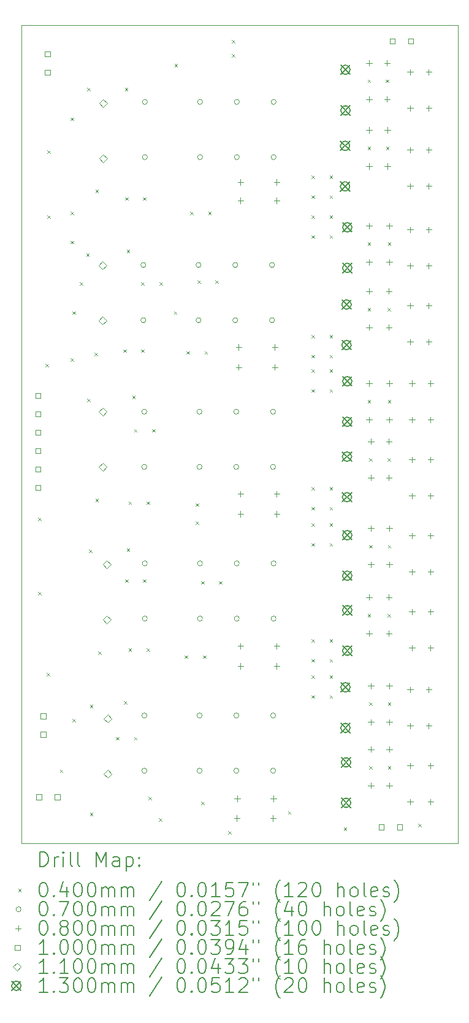
<source format=gbr>
%TF.GenerationSoftware,KiCad,Pcbnew,7.0.10*%
%TF.CreationDate,2024-03-26T16:12:59-07:00*%
%TF.ProjectId,optLowPass,6f70744c-6f77-4506-9173-732e6b696361,rev?*%
%TF.SameCoordinates,Original*%
%TF.FileFunction,Drillmap*%
%TF.FilePolarity,Positive*%
%FSLAX45Y45*%
G04 Gerber Fmt 4.5, Leading zero omitted, Abs format (unit mm)*
G04 Created by KiCad (PCBNEW 7.0.10) date 2024-03-26 16:12:59*
%MOMM*%
%LPD*%
G01*
G04 APERTURE LIST*
%ADD10C,0.100000*%
%ADD11C,0.200000*%
%ADD12C,0.110000*%
%ADD13C,0.130000*%
G04 APERTURE END LIST*
D10*
X7910000Y-4000000D02*
X13935000Y-4000000D01*
X13935000Y-15300000D01*
X7910000Y-15300000D01*
X7910000Y-4000000D01*
D11*
D10*
X8140000Y-10805000D02*
X8180000Y-10845000D01*
X8180000Y-10805000D02*
X8140000Y-10845000D01*
X8140000Y-11830000D02*
X8180000Y-11870000D01*
X8180000Y-11830000D02*
X8140000Y-11870000D01*
X8240000Y-8680000D02*
X8280000Y-8720000D01*
X8280000Y-8680000D02*
X8240000Y-8720000D01*
X8258300Y-12943200D02*
X8298300Y-12983200D01*
X8298300Y-12943200D02*
X8258300Y-12983200D01*
X8265000Y-5730000D02*
X8305000Y-5770000D01*
X8305000Y-5730000D02*
X8265000Y-5770000D01*
X8265000Y-6630000D02*
X8305000Y-6670000D01*
X8305000Y-6630000D02*
X8265000Y-6670000D01*
X8440000Y-14280000D02*
X8480000Y-14320000D01*
X8480000Y-14280000D02*
X8440000Y-14320000D01*
X8590000Y-5280000D02*
X8630000Y-5320000D01*
X8630000Y-5280000D02*
X8590000Y-5320000D01*
X8590000Y-6580000D02*
X8630000Y-6620000D01*
X8630000Y-6580000D02*
X8590000Y-6620000D01*
X8590000Y-6980000D02*
X8630000Y-7020000D01*
X8630000Y-6980000D02*
X8590000Y-7020000D01*
X8590000Y-8605000D02*
X8630000Y-8645000D01*
X8630000Y-8605000D02*
X8590000Y-8645000D01*
X8615000Y-7955000D02*
X8655000Y-7995000D01*
X8655000Y-7955000D02*
X8615000Y-7995000D01*
X8615000Y-13580000D02*
X8655000Y-13620000D01*
X8655000Y-13580000D02*
X8615000Y-13620000D01*
X8715000Y-7555000D02*
X8755000Y-7595000D01*
X8755000Y-7555000D02*
X8715000Y-7595000D01*
X8804400Y-7152000D02*
X8844400Y-7192000D01*
X8844400Y-7152000D02*
X8804400Y-7192000D01*
X8817100Y-4866000D02*
X8857100Y-4906000D01*
X8857100Y-4866000D02*
X8817100Y-4906000D01*
X8817100Y-9158600D02*
X8857100Y-9198600D01*
X8857100Y-9158600D02*
X8817100Y-9198600D01*
X8842500Y-11241400D02*
X8882500Y-11281400D01*
X8882500Y-11241400D02*
X8842500Y-11281400D01*
X8855200Y-13387700D02*
X8895200Y-13427700D01*
X8895200Y-13387700D02*
X8855200Y-13427700D01*
X8855200Y-14873600D02*
X8895200Y-14913600D01*
X8895200Y-14873600D02*
X8855200Y-14913600D01*
X8918700Y-8523600D02*
X8958700Y-8563600D01*
X8958700Y-8523600D02*
X8918700Y-8563600D01*
X8931400Y-6275700D02*
X8971400Y-6315700D01*
X8971400Y-6275700D02*
X8931400Y-6315700D01*
X8931400Y-10542900D02*
X8971400Y-10582900D01*
X8971400Y-10542900D02*
X8931400Y-10582900D01*
X8969500Y-12651100D02*
X9009500Y-12691100D01*
X9009500Y-12651100D02*
X8969500Y-12691100D01*
X9215000Y-13830000D02*
X9255000Y-13870000D01*
X9255000Y-13830000D02*
X9215000Y-13870000D01*
X9315000Y-8480000D02*
X9355000Y-8520000D01*
X9355000Y-8480000D02*
X9315000Y-8520000D01*
X9325100Y-13336900D02*
X9365100Y-13376900D01*
X9365100Y-13336900D02*
X9325100Y-13376900D01*
X9337800Y-4866000D02*
X9377800Y-4906000D01*
X9377800Y-4866000D02*
X9337800Y-4906000D01*
X9340000Y-6380000D02*
X9380000Y-6420000D01*
X9380000Y-6380000D02*
X9340000Y-6420000D01*
X9340000Y-11655000D02*
X9380000Y-11695000D01*
X9380000Y-11655000D02*
X9340000Y-11695000D01*
X9363200Y-7101200D02*
X9403200Y-7141200D01*
X9403200Y-7101200D02*
X9363200Y-7141200D01*
X9363200Y-11228700D02*
X9403200Y-11268700D01*
X9403200Y-11228700D02*
X9363200Y-11268700D01*
X9390000Y-10580000D02*
X9430000Y-10620000D01*
X9430000Y-10580000D02*
X9390000Y-10620000D01*
X9390000Y-12605000D02*
X9430000Y-12645000D01*
X9430000Y-12605000D02*
X9390000Y-12645000D01*
X9439400Y-9120500D02*
X9479400Y-9160500D01*
X9479400Y-9120500D02*
X9439400Y-9160500D01*
X9465000Y-9580000D02*
X9505000Y-9620000D01*
X9505000Y-9580000D02*
X9465000Y-9620000D01*
X9465000Y-13830000D02*
X9505000Y-13870000D01*
X9505000Y-13830000D02*
X9465000Y-13870000D01*
X9565000Y-7555000D02*
X9605000Y-7595000D01*
X9605000Y-7555000D02*
X9565000Y-7595000D01*
X9565000Y-8480000D02*
X9605000Y-8520000D01*
X9605000Y-8480000D02*
X9565000Y-8520000D01*
X9590000Y-6380000D02*
X9630000Y-6420000D01*
X9630000Y-6380000D02*
X9590000Y-6420000D01*
X9590000Y-11655000D02*
X9630000Y-11695000D01*
X9630000Y-11655000D02*
X9590000Y-11695000D01*
X9640000Y-10580000D02*
X9680000Y-10620000D01*
X9680000Y-10580000D02*
X9640000Y-10620000D01*
X9640000Y-12605000D02*
X9680000Y-12645000D01*
X9680000Y-12605000D02*
X9640000Y-12645000D01*
X9665000Y-14655000D02*
X9705000Y-14695000D01*
X9705000Y-14655000D02*
X9665000Y-14695000D01*
X9715000Y-9580000D02*
X9755000Y-9620000D01*
X9755000Y-9580000D02*
X9715000Y-9620000D01*
X9807700Y-14949800D02*
X9847700Y-14989800D01*
X9847700Y-14949800D02*
X9807700Y-14989800D01*
X9815000Y-7555000D02*
X9855000Y-7595000D01*
X9855000Y-7555000D02*
X9815000Y-7595000D01*
X10015000Y-7955000D02*
X10055000Y-7995000D01*
X10055000Y-7955000D02*
X10015000Y-7995000D01*
X10023600Y-4535800D02*
X10063600Y-4575800D01*
X10063600Y-4535800D02*
X10023600Y-4575800D01*
X10165000Y-12705000D02*
X10205000Y-12745000D01*
X10205000Y-12705000D02*
X10165000Y-12745000D01*
X10190000Y-8505000D02*
X10230000Y-8545000D01*
X10230000Y-8505000D02*
X10190000Y-8545000D01*
X10240000Y-6580000D02*
X10280000Y-6620000D01*
X10280000Y-6580000D02*
X10240000Y-6620000D01*
X10315000Y-10605000D02*
X10355000Y-10645000D01*
X10355000Y-10605000D02*
X10315000Y-10645000D01*
X10315000Y-10855000D02*
X10355000Y-10895000D01*
X10355000Y-10855000D02*
X10315000Y-10895000D01*
X10340000Y-7530000D02*
X10380000Y-7570000D01*
X10380000Y-7530000D02*
X10340000Y-7570000D01*
X10390000Y-11680000D02*
X10430000Y-11720000D01*
X10430000Y-11680000D02*
X10390000Y-11720000D01*
X10391900Y-14721200D02*
X10431900Y-14761200D01*
X10431900Y-14721200D02*
X10391900Y-14761200D01*
X10415000Y-12705000D02*
X10455000Y-12745000D01*
X10455000Y-12705000D02*
X10415000Y-12745000D01*
X10440000Y-8505000D02*
X10480000Y-8545000D01*
X10480000Y-8505000D02*
X10440000Y-8545000D01*
X10490000Y-6580000D02*
X10530000Y-6620000D01*
X10530000Y-6580000D02*
X10490000Y-6620000D01*
X10590000Y-7530000D02*
X10630000Y-7570000D01*
X10630000Y-7530000D02*
X10590000Y-7570000D01*
X10640000Y-11680000D02*
X10680000Y-11720000D01*
X10680000Y-11680000D02*
X10640000Y-11720000D01*
X10765000Y-15130000D02*
X10805000Y-15170000D01*
X10805000Y-15130000D02*
X10765000Y-15170000D01*
X10815000Y-4205000D02*
X10855000Y-4245000D01*
X10855000Y-4205000D02*
X10815000Y-4245000D01*
X10815000Y-4405000D02*
X10855000Y-4445000D01*
X10855000Y-4405000D02*
X10815000Y-4445000D01*
X11590000Y-14855000D02*
X11630000Y-14895000D01*
X11630000Y-14855000D02*
X11590000Y-14895000D01*
X11915000Y-6080000D02*
X11955000Y-6120000D01*
X11955000Y-6080000D02*
X11915000Y-6120000D01*
X11915000Y-6355000D02*
X11955000Y-6395000D01*
X11955000Y-6355000D02*
X11915000Y-6395000D01*
X11915000Y-6630000D02*
X11955000Y-6670000D01*
X11955000Y-6630000D02*
X11915000Y-6670000D01*
X11915000Y-6905000D02*
X11955000Y-6945000D01*
X11955000Y-6905000D02*
X11915000Y-6945000D01*
X11915000Y-8280000D02*
X11955000Y-8320000D01*
X11955000Y-8280000D02*
X11915000Y-8320000D01*
X11915000Y-8555000D02*
X11955000Y-8595000D01*
X11955000Y-8555000D02*
X11915000Y-8595000D01*
X11915000Y-8755000D02*
X11955000Y-8795000D01*
X11955000Y-8755000D02*
X11915000Y-8795000D01*
X11915000Y-9030000D02*
X11955000Y-9070000D01*
X11955000Y-9030000D02*
X11915000Y-9070000D01*
X11915000Y-10380000D02*
X11955000Y-10420000D01*
X11955000Y-10380000D02*
X11915000Y-10420000D01*
X11915000Y-10655000D02*
X11955000Y-10695000D01*
X11955000Y-10655000D02*
X11915000Y-10695000D01*
X11915000Y-10880000D02*
X11955000Y-10920000D01*
X11955000Y-10880000D02*
X11915000Y-10920000D01*
X11915000Y-11155000D02*
X11955000Y-11195000D01*
X11955000Y-11155000D02*
X11915000Y-11195000D01*
X11915000Y-12480000D02*
X11955000Y-12520000D01*
X11955000Y-12480000D02*
X11915000Y-12520000D01*
X11915000Y-12755000D02*
X11955000Y-12795000D01*
X11955000Y-12755000D02*
X11915000Y-12795000D01*
X11915000Y-12980000D02*
X11955000Y-13020000D01*
X11955000Y-12980000D02*
X11915000Y-13020000D01*
X11915000Y-13255000D02*
X11955000Y-13295000D01*
X11955000Y-13255000D02*
X11915000Y-13295000D01*
X12165000Y-6080000D02*
X12205000Y-6120000D01*
X12205000Y-6080000D02*
X12165000Y-6120000D01*
X12165000Y-6355000D02*
X12205000Y-6395000D01*
X12205000Y-6355000D02*
X12165000Y-6395000D01*
X12165000Y-6630000D02*
X12205000Y-6670000D01*
X12205000Y-6630000D02*
X12165000Y-6670000D01*
X12165000Y-6905000D02*
X12205000Y-6945000D01*
X12205000Y-6905000D02*
X12165000Y-6945000D01*
X12165000Y-8280000D02*
X12205000Y-8320000D01*
X12205000Y-8280000D02*
X12165000Y-8320000D01*
X12165000Y-8555000D02*
X12205000Y-8595000D01*
X12205000Y-8555000D02*
X12165000Y-8595000D01*
X12165000Y-8755000D02*
X12205000Y-8795000D01*
X12205000Y-8755000D02*
X12165000Y-8795000D01*
X12165000Y-9030000D02*
X12205000Y-9070000D01*
X12205000Y-9030000D02*
X12165000Y-9070000D01*
X12165000Y-10380000D02*
X12205000Y-10420000D01*
X12205000Y-10380000D02*
X12165000Y-10420000D01*
X12165000Y-10655000D02*
X12205000Y-10695000D01*
X12205000Y-10655000D02*
X12165000Y-10695000D01*
X12165000Y-10880000D02*
X12205000Y-10920000D01*
X12205000Y-10880000D02*
X12165000Y-10920000D01*
X12165000Y-11155000D02*
X12205000Y-11195000D01*
X12205000Y-11155000D02*
X12165000Y-11195000D01*
X12165000Y-12480000D02*
X12205000Y-12520000D01*
X12205000Y-12480000D02*
X12165000Y-12520000D01*
X12165000Y-12755000D02*
X12205000Y-12795000D01*
X12205000Y-12755000D02*
X12165000Y-12795000D01*
X12165000Y-12980000D02*
X12205000Y-13020000D01*
X12205000Y-12980000D02*
X12165000Y-13020000D01*
X12165000Y-13255000D02*
X12205000Y-13295000D01*
X12205000Y-13255000D02*
X12165000Y-13295000D01*
X12360400Y-15076800D02*
X12400400Y-15116800D01*
X12400400Y-15076800D02*
X12360400Y-15116800D01*
X12690000Y-4755000D02*
X12730000Y-4795000D01*
X12730000Y-4755000D02*
X12690000Y-4795000D01*
X12690000Y-5680000D02*
X12730000Y-5720000D01*
X12730000Y-5680000D02*
X12690000Y-5720000D01*
X12690000Y-7005000D02*
X12730000Y-7045000D01*
X12730000Y-7005000D02*
X12690000Y-7045000D01*
X12690000Y-7905000D02*
X12730000Y-7945000D01*
X12730000Y-7905000D02*
X12690000Y-7945000D01*
X12690000Y-9180000D02*
X12730000Y-9220000D01*
X12730000Y-9180000D02*
X12690000Y-9220000D01*
X12690000Y-12130000D02*
X12730000Y-12170000D01*
X12730000Y-12130000D02*
X12690000Y-12170000D01*
X12715000Y-9980000D02*
X12755000Y-10020000D01*
X12755000Y-9980000D02*
X12715000Y-10020000D01*
X12715000Y-11180000D02*
X12755000Y-11220000D01*
X12755000Y-11180000D02*
X12715000Y-11220000D01*
X12715000Y-13355000D02*
X12755000Y-13395000D01*
X12755000Y-13355000D02*
X12715000Y-13395000D01*
X12715000Y-14230000D02*
X12755000Y-14270000D01*
X12755000Y-14230000D02*
X12715000Y-14270000D01*
X12940000Y-4755000D02*
X12980000Y-4795000D01*
X12980000Y-4755000D02*
X12940000Y-4795000D01*
X12945500Y-5680000D02*
X12985500Y-5720000D01*
X12985500Y-5680000D02*
X12945500Y-5720000D01*
X12965000Y-7905000D02*
X13005000Y-7945000D01*
X13005000Y-7905000D02*
X12965000Y-7945000D01*
X12965000Y-9980000D02*
X13005000Y-10020000D01*
X13005000Y-9980000D02*
X12965000Y-10020000D01*
X12965000Y-12130000D02*
X13005000Y-12170000D01*
X13005000Y-12130000D02*
X12965000Y-12170000D01*
X12970500Y-7005000D02*
X13010500Y-7045000D01*
X13010500Y-7005000D02*
X12970500Y-7045000D01*
X12970500Y-9180000D02*
X13010500Y-9220000D01*
X13010500Y-9180000D02*
X12970500Y-9220000D01*
X12970500Y-11180000D02*
X13010500Y-11220000D01*
X13010500Y-11180000D02*
X12970500Y-11220000D01*
X12970500Y-13355000D02*
X13010500Y-13395000D01*
X13010500Y-13355000D02*
X12970500Y-13395000D01*
X12970500Y-14230000D02*
X13010500Y-14270000D01*
X13010500Y-14230000D02*
X12970500Y-14270000D01*
X13390000Y-15030000D02*
X13430000Y-15070000D01*
X13430000Y-15030000D02*
X13390000Y-15070000D01*
X9629250Y-7314250D02*
G75*
G03*
X9559250Y-7314250I-35000J0D01*
G01*
X9559250Y-7314250D02*
G75*
G03*
X9629250Y-7314250I35000J0D01*
G01*
X9629250Y-8076250D02*
G75*
G03*
X9559250Y-8076250I-35000J0D01*
G01*
X9559250Y-8076250D02*
G75*
G03*
X9629250Y-8076250I35000J0D01*
G01*
X9641250Y-9340000D02*
G75*
G03*
X9571250Y-9340000I-35000J0D01*
G01*
X9571250Y-9340000D02*
G75*
G03*
X9641250Y-9340000I35000J0D01*
G01*
X9641250Y-10102000D02*
G75*
G03*
X9571250Y-10102000I-35000J0D01*
G01*
X9571250Y-10102000D02*
G75*
G03*
X9641250Y-10102000I35000J0D01*
G01*
X9643000Y-13534250D02*
G75*
G03*
X9573000Y-13534250I-35000J0D01*
G01*
X9573000Y-13534250D02*
G75*
G03*
X9643000Y-13534250I35000J0D01*
G01*
X9643000Y-14296250D02*
G75*
G03*
X9573000Y-14296250I-35000J0D01*
G01*
X9573000Y-14296250D02*
G75*
G03*
X9643000Y-14296250I35000J0D01*
G01*
X9649250Y-5064250D02*
G75*
G03*
X9579250Y-5064250I-35000J0D01*
G01*
X9579250Y-5064250D02*
G75*
G03*
X9649250Y-5064250I35000J0D01*
G01*
X9649250Y-5826250D02*
G75*
G03*
X9579250Y-5826250I-35000J0D01*
G01*
X9579250Y-5826250D02*
G75*
G03*
X9649250Y-5826250I35000J0D01*
G01*
X9649250Y-11434250D02*
G75*
G03*
X9579250Y-11434250I-35000J0D01*
G01*
X9579250Y-11434250D02*
G75*
G03*
X9649250Y-11434250I35000J0D01*
G01*
X9649250Y-12196250D02*
G75*
G03*
X9579250Y-12196250I-35000J0D01*
G01*
X9579250Y-12196250D02*
G75*
G03*
X9649250Y-12196250I35000J0D01*
G01*
X10391250Y-7314250D02*
G75*
G03*
X10321250Y-7314250I-35000J0D01*
G01*
X10321250Y-7314250D02*
G75*
G03*
X10391250Y-7314250I35000J0D01*
G01*
X10391250Y-8076250D02*
G75*
G03*
X10321250Y-8076250I-35000J0D01*
G01*
X10321250Y-8076250D02*
G75*
G03*
X10391250Y-8076250I35000J0D01*
G01*
X10403250Y-9340000D02*
G75*
G03*
X10333250Y-9340000I-35000J0D01*
G01*
X10333250Y-9340000D02*
G75*
G03*
X10403250Y-9340000I35000J0D01*
G01*
X10403250Y-10102000D02*
G75*
G03*
X10333250Y-10102000I-35000J0D01*
G01*
X10333250Y-10102000D02*
G75*
G03*
X10403250Y-10102000I35000J0D01*
G01*
X10405000Y-13534250D02*
G75*
G03*
X10335000Y-13534250I-35000J0D01*
G01*
X10335000Y-13534250D02*
G75*
G03*
X10405000Y-13534250I35000J0D01*
G01*
X10405000Y-14296250D02*
G75*
G03*
X10335000Y-14296250I-35000J0D01*
G01*
X10335000Y-14296250D02*
G75*
G03*
X10405000Y-14296250I35000J0D01*
G01*
X10411250Y-5064250D02*
G75*
G03*
X10341250Y-5064250I-35000J0D01*
G01*
X10341250Y-5064250D02*
G75*
G03*
X10411250Y-5064250I35000J0D01*
G01*
X10411250Y-5826250D02*
G75*
G03*
X10341250Y-5826250I-35000J0D01*
G01*
X10341250Y-5826250D02*
G75*
G03*
X10411250Y-5826250I35000J0D01*
G01*
X10411250Y-11434250D02*
G75*
G03*
X10341250Y-11434250I-35000J0D01*
G01*
X10341250Y-11434250D02*
G75*
G03*
X10411250Y-11434250I35000J0D01*
G01*
X10411250Y-12196250D02*
G75*
G03*
X10341250Y-12196250I-35000J0D01*
G01*
X10341250Y-12196250D02*
G75*
G03*
X10411250Y-12196250I35000J0D01*
G01*
X10899250Y-7314250D02*
G75*
G03*
X10829250Y-7314250I-35000J0D01*
G01*
X10829250Y-7314250D02*
G75*
G03*
X10899250Y-7314250I35000J0D01*
G01*
X10899250Y-8076250D02*
G75*
G03*
X10829250Y-8076250I-35000J0D01*
G01*
X10829250Y-8076250D02*
G75*
G03*
X10899250Y-8076250I35000J0D01*
G01*
X10911250Y-9340000D02*
G75*
G03*
X10841250Y-9340000I-35000J0D01*
G01*
X10841250Y-9340000D02*
G75*
G03*
X10911250Y-9340000I35000J0D01*
G01*
X10911250Y-10102000D02*
G75*
G03*
X10841250Y-10102000I-35000J0D01*
G01*
X10841250Y-10102000D02*
G75*
G03*
X10911250Y-10102000I35000J0D01*
G01*
X10913000Y-13534250D02*
G75*
G03*
X10843000Y-13534250I-35000J0D01*
G01*
X10843000Y-13534250D02*
G75*
G03*
X10913000Y-13534250I35000J0D01*
G01*
X10913000Y-14296250D02*
G75*
G03*
X10843000Y-14296250I-35000J0D01*
G01*
X10843000Y-14296250D02*
G75*
G03*
X10913000Y-14296250I35000J0D01*
G01*
X10919250Y-5064250D02*
G75*
G03*
X10849250Y-5064250I-35000J0D01*
G01*
X10849250Y-5064250D02*
G75*
G03*
X10919250Y-5064250I35000J0D01*
G01*
X10919250Y-5826250D02*
G75*
G03*
X10849250Y-5826250I-35000J0D01*
G01*
X10849250Y-5826250D02*
G75*
G03*
X10919250Y-5826250I35000J0D01*
G01*
X10919250Y-11434250D02*
G75*
G03*
X10849250Y-11434250I-35000J0D01*
G01*
X10849250Y-11434250D02*
G75*
G03*
X10919250Y-11434250I35000J0D01*
G01*
X10919250Y-12196250D02*
G75*
G03*
X10849250Y-12196250I-35000J0D01*
G01*
X10849250Y-12196250D02*
G75*
G03*
X10919250Y-12196250I35000J0D01*
G01*
X11407250Y-7314250D02*
G75*
G03*
X11337250Y-7314250I-35000J0D01*
G01*
X11337250Y-7314250D02*
G75*
G03*
X11407250Y-7314250I35000J0D01*
G01*
X11407250Y-8076250D02*
G75*
G03*
X11337250Y-8076250I-35000J0D01*
G01*
X11337250Y-8076250D02*
G75*
G03*
X11407250Y-8076250I35000J0D01*
G01*
X11419250Y-9340000D02*
G75*
G03*
X11349250Y-9340000I-35000J0D01*
G01*
X11349250Y-9340000D02*
G75*
G03*
X11419250Y-9340000I35000J0D01*
G01*
X11419250Y-10102000D02*
G75*
G03*
X11349250Y-10102000I-35000J0D01*
G01*
X11349250Y-10102000D02*
G75*
G03*
X11419250Y-10102000I35000J0D01*
G01*
X11421000Y-13534250D02*
G75*
G03*
X11351000Y-13534250I-35000J0D01*
G01*
X11351000Y-13534250D02*
G75*
G03*
X11421000Y-13534250I35000J0D01*
G01*
X11421000Y-14296250D02*
G75*
G03*
X11351000Y-14296250I-35000J0D01*
G01*
X11351000Y-14296250D02*
G75*
G03*
X11421000Y-14296250I35000J0D01*
G01*
X11427250Y-5064250D02*
G75*
G03*
X11357250Y-5064250I-35000J0D01*
G01*
X11357250Y-5064250D02*
G75*
G03*
X11427250Y-5064250I35000J0D01*
G01*
X11427250Y-5826250D02*
G75*
G03*
X11357250Y-5826250I-35000J0D01*
G01*
X11357250Y-5826250D02*
G75*
G03*
X11427250Y-5826250I35000J0D01*
G01*
X11427250Y-11434250D02*
G75*
G03*
X11357250Y-11434250I-35000J0D01*
G01*
X11357250Y-11434250D02*
G75*
G03*
X11427250Y-11434250I35000J0D01*
G01*
X11427250Y-12196250D02*
G75*
G03*
X11357250Y-12196250I-35000J0D01*
G01*
X11357250Y-12196250D02*
G75*
G03*
X11427250Y-12196250I35000J0D01*
G01*
X10885000Y-14910000D02*
X10885000Y-14990000D01*
X10845000Y-14950000D02*
X10925000Y-14950000D01*
X10890000Y-14640000D02*
X10890000Y-14720000D01*
X10850000Y-14680000D02*
X10930000Y-14680000D01*
X10910000Y-8410000D02*
X10910000Y-8490000D01*
X10870000Y-8450000D02*
X10950000Y-8450000D01*
X10910000Y-8685000D02*
X10910000Y-8765000D01*
X10870000Y-8725000D02*
X10950000Y-8725000D01*
X10935000Y-6130000D02*
X10935000Y-6210000D01*
X10895000Y-6170000D02*
X10975000Y-6170000D01*
X10935000Y-6385000D02*
X10935000Y-6465000D01*
X10895000Y-6425000D02*
X10975000Y-6425000D01*
X10935000Y-10435000D02*
X10935000Y-10515000D01*
X10895000Y-10475000D02*
X10975000Y-10475000D01*
X10935000Y-10710000D02*
X10935000Y-10790000D01*
X10895000Y-10750000D02*
X10975000Y-10750000D01*
X10935000Y-12535000D02*
X10935000Y-12615000D01*
X10895000Y-12575000D02*
X10975000Y-12575000D01*
X10935000Y-12810000D02*
X10935000Y-12890000D01*
X10895000Y-12850000D02*
X10975000Y-12850000D01*
X11385000Y-14910000D02*
X11385000Y-14990000D01*
X11345000Y-14950000D02*
X11425000Y-14950000D01*
X11390000Y-14640000D02*
X11390000Y-14720000D01*
X11350000Y-14680000D02*
X11430000Y-14680000D01*
X11410000Y-8410000D02*
X11410000Y-8490000D01*
X11370000Y-8450000D02*
X11450000Y-8450000D01*
X11410000Y-8685000D02*
X11410000Y-8765000D01*
X11370000Y-8725000D02*
X11450000Y-8725000D01*
X11435000Y-6130000D02*
X11435000Y-6210000D01*
X11395000Y-6170000D02*
X11475000Y-6170000D01*
X11435000Y-6385000D02*
X11435000Y-6465000D01*
X11395000Y-6425000D02*
X11475000Y-6425000D01*
X11435000Y-10435000D02*
X11435000Y-10515000D01*
X11395000Y-10475000D02*
X11475000Y-10475000D01*
X11435000Y-10710000D02*
X11435000Y-10790000D01*
X11395000Y-10750000D02*
X11475000Y-10750000D01*
X11435000Y-12535000D02*
X11435000Y-12615000D01*
X11395000Y-12575000D02*
X11475000Y-12575000D01*
X11435000Y-12810000D02*
X11435000Y-12890000D01*
X11395000Y-12850000D02*
X11475000Y-12850000D01*
X12710000Y-4485000D02*
X12710000Y-4565000D01*
X12670000Y-4525000D02*
X12750000Y-4525000D01*
X12710000Y-4985000D02*
X12710000Y-5065000D01*
X12670000Y-5025000D02*
X12750000Y-5025000D01*
X12710000Y-5410000D02*
X12710000Y-5490000D01*
X12670000Y-5450000D02*
X12750000Y-5450000D01*
X12710000Y-5910000D02*
X12710000Y-5990000D01*
X12670000Y-5950000D02*
X12750000Y-5950000D01*
X12710000Y-6735000D02*
X12710000Y-6815000D01*
X12670000Y-6775000D02*
X12750000Y-6775000D01*
X12710000Y-7235000D02*
X12710000Y-7315000D01*
X12670000Y-7275000D02*
X12750000Y-7275000D01*
X12710000Y-7635000D02*
X12710000Y-7715000D01*
X12670000Y-7675000D02*
X12750000Y-7675000D01*
X12710000Y-8135000D02*
X12710000Y-8215000D01*
X12670000Y-8175000D02*
X12750000Y-8175000D01*
X12710000Y-8910000D02*
X12710000Y-8990000D01*
X12670000Y-8950000D02*
X12750000Y-8950000D01*
X12710000Y-9410000D02*
X12710000Y-9490000D01*
X12670000Y-9450000D02*
X12750000Y-9450000D01*
X12710000Y-11860000D02*
X12710000Y-11940000D01*
X12670000Y-11900000D02*
X12750000Y-11900000D01*
X12710000Y-12360000D02*
X12710000Y-12440000D01*
X12670000Y-12400000D02*
X12750000Y-12400000D01*
X12735000Y-9710000D02*
X12735000Y-9790000D01*
X12695000Y-9750000D02*
X12775000Y-9750000D01*
X12735000Y-10210000D02*
X12735000Y-10290000D01*
X12695000Y-10250000D02*
X12775000Y-10250000D01*
X12735000Y-10910000D02*
X12735000Y-10990000D01*
X12695000Y-10950000D02*
X12775000Y-10950000D01*
X12735000Y-11410000D02*
X12735000Y-11490000D01*
X12695000Y-11450000D02*
X12775000Y-11450000D01*
X12735000Y-13085000D02*
X12735000Y-13165000D01*
X12695000Y-13125000D02*
X12775000Y-13125000D01*
X12735000Y-13585000D02*
X12735000Y-13665000D01*
X12695000Y-13625000D02*
X12775000Y-13625000D01*
X12735000Y-13960000D02*
X12735000Y-14040000D01*
X12695000Y-14000000D02*
X12775000Y-14000000D01*
X12735000Y-14460000D02*
X12735000Y-14540000D01*
X12695000Y-14500000D02*
X12775000Y-14500000D01*
X12960000Y-4485000D02*
X12960000Y-4565000D01*
X12920000Y-4525000D02*
X13000000Y-4525000D01*
X12960000Y-4985000D02*
X12960000Y-5065000D01*
X12920000Y-5025000D02*
X13000000Y-5025000D01*
X12965500Y-5410000D02*
X12965500Y-5490000D01*
X12925500Y-5450000D02*
X13005500Y-5450000D01*
X12965500Y-5910000D02*
X12965500Y-5990000D01*
X12925500Y-5950000D02*
X13005500Y-5950000D01*
X12985000Y-7635000D02*
X12985000Y-7715000D01*
X12945000Y-7675000D02*
X13025000Y-7675000D01*
X12985000Y-8135000D02*
X12985000Y-8215000D01*
X12945000Y-8175000D02*
X13025000Y-8175000D01*
X12985000Y-9710000D02*
X12985000Y-9790000D01*
X12945000Y-9750000D02*
X13025000Y-9750000D01*
X12985000Y-10210000D02*
X12985000Y-10290000D01*
X12945000Y-10250000D02*
X13025000Y-10250000D01*
X12985000Y-11860000D02*
X12985000Y-11940000D01*
X12945000Y-11900000D02*
X13025000Y-11900000D01*
X12985000Y-12360000D02*
X12985000Y-12440000D01*
X12945000Y-12400000D02*
X13025000Y-12400000D01*
X12990500Y-6735000D02*
X12990500Y-6815000D01*
X12950500Y-6775000D02*
X13030500Y-6775000D01*
X12990500Y-7235000D02*
X12990500Y-7315000D01*
X12950500Y-7275000D02*
X13030500Y-7275000D01*
X12990500Y-8910000D02*
X12990500Y-8990000D01*
X12950500Y-8950000D02*
X13030500Y-8950000D01*
X12990500Y-9410000D02*
X12990500Y-9490000D01*
X12950500Y-9450000D02*
X13030500Y-9450000D01*
X12990500Y-10910000D02*
X12990500Y-10990000D01*
X12950500Y-10950000D02*
X13030500Y-10950000D01*
X12990500Y-11410000D02*
X12990500Y-11490000D01*
X12950500Y-11450000D02*
X13030500Y-11450000D01*
X12990500Y-13085000D02*
X12990500Y-13165000D01*
X12950500Y-13125000D02*
X13030500Y-13125000D01*
X12990500Y-13585000D02*
X12990500Y-13665000D01*
X12950500Y-13625000D02*
X13030500Y-13625000D01*
X12990500Y-13960000D02*
X12990500Y-14040000D01*
X12950500Y-14000000D02*
X13030500Y-14000000D01*
X12990500Y-14460000D02*
X12990500Y-14540000D01*
X12950500Y-14500000D02*
X13030500Y-14500000D01*
X13279500Y-4610000D02*
X13279500Y-4690000D01*
X13239500Y-4650000D02*
X13319500Y-4650000D01*
X13279500Y-5110000D02*
X13279500Y-5190000D01*
X13239500Y-5150000D02*
X13319500Y-5150000D01*
X13279500Y-5685000D02*
X13279500Y-5765000D01*
X13239500Y-5725000D02*
X13319500Y-5725000D01*
X13279500Y-6185000D02*
X13279500Y-6265000D01*
X13239500Y-6225000D02*
X13319500Y-6225000D01*
X13279500Y-6785000D02*
X13279500Y-6865000D01*
X13239500Y-6825000D02*
X13319500Y-6825000D01*
X13279500Y-7285000D02*
X13279500Y-7365000D01*
X13239500Y-7325000D02*
X13319500Y-7325000D01*
X13279500Y-7835000D02*
X13279500Y-7915000D01*
X13239500Y-7875000D02*
X13319500Y-7875000D01*
X13279500Y-8335000D02*
X13279500Y-8415000D01*
X13239500Y-8375000D02*
X13319500Y-8375000D01*
X13279500Y-13135000D02*
X13279500Y-13215000D01*
X13239500Y-13175000D02*
X13319500Y-13175000D01*
X13279500Y-13635000D02*
X13279500Y-13715000D01*
X13239500Y-13675000D02*
X13319500Y-13675000D01*
X13279500Y-14185000D02*
X13279500Y-14265000D01*
X13239500Y-14225000D02*
X13319500Y-14225000D01*
X13279500Y-14685000D02*
X13279500Y-14765000D01*
X13239500Y-14725000D02*
X13319500Y-14725000D01*
X13304500Y-8910000D02*
X13304500Y-8990000D01*
X13264500Y-8950000D02*
X13344500Y-8950000D01*
X13304500Y-9410000D02*
X13304500Y-9490000D01*
X13264500Y-9450000D02*
X13344500Y-9450000D01*
X13304500Y-9960000D02*
X13304500Y-10040000D01*
X13264500Y-10000000D02*
X13344500Y-10000000D01*
X13304500Y-10460000D02*
X13304500Y-10540000D01*
X13264500Y-10500000D02*
X13344500Y-10500000D01*
X13304500Y-11010000D02*
X13304500Y-11090000D01*
X13264500Y-11050000D02*
X13344500Y-11050000D01*
X13304500Y-11510000D02*
X13304500Y-11590000D01*
X13264500Y-11550000D02*
X13344500Y-11550000D01*
X13304500Y-12060000D02*
X13304500Y-12140000D01*
X13264500Y-12100000D02*
X13344500Y-12100000D01*
X13304500Y-12560000D02*
X13304500Y-12640000D01*
X13264500Y-12600000D02*
X13344500Y-12600000D01*
X13535000Y-4610000D02*
X13535000Y-4690000D01*
X13495000Y-4650000D02*
X13575000Y-4650000D01*
X13535000Y-5110000D02*
X13535000Y-5190000D01*
X13495000Y-5150000D02*
X13575000Y-5150000D01*
X13535000Y-5685000D02*
X13535000Y-5765000D01*
X13495000Y-5725000D02*
X13575000Y-5725000D01*
X13535000Y-6185000D02*
X13535000Y-6265000D01*
X13495000Y-6225000D02*
X13575000Y-6225000D01*
X13535000Y-6785000D02*
X13535000Y-6865000D01*
X13495000Y-6825000D02*
X13575000Y-6825000D01*
X13535000Y-7285000D02*
X13535000Y-7365000D01*
X13495000Y-7325000D02*
X13575000Y-7325000D01*
X13535000Y-7835000D02*
X13535000Y-7915000D01*
X13495000Y-7875000D02*
X13575000Y-7875000D01*
X13535000Y-8335000D02*
X13535000Y-8415000D01*
X13495000Y-8375000D02*
X13575000Y-8375000D01*
X13535000Y-13135000D02*
X13535000Y-13215000D01*
X13495000Y-13175000D02*
X13575000Y-13175000D01*
X13535000Y-13635000D02*
X13535000Y-13715000D01*
X13495000Y-13675000D02*
X13575000Y-13675000D01*
X13560000Y-8910000D02*
X13560000Y-8990000D01*
X13520000Y-8950000D02*
X13600000Y-8950000D01*
X13560000Y-9410000D02*
X13560000Y-9490000D01*
X13520000Y-9450000D02*
X13600000Y-9450000D01*
X13560000Y-9960000D02*
X13560000Y-10040000D01*
X13520000Y-10000000D02*
X13600000Y-10000000D01*
X13560000Y-10460000D02*
X13560000Y-10540000D01*
X13520000Y-10500000D02*
X13600000Y-10500000D01*
X13560000Y-11010000D02*
X13560000Y-11090000D01*
X13520000Y-11050000D02*
X13600000Y-11050000D01*
X13560000Y-11510000D02*
X13560000Y-11590000D01*
X13520000Y-11550000D02*
X13600000Y-11550000D01*
X13560000Y-12060000D02*
X13560000Y-12140000D01*
X13520000Y-12100000D02*
X13600000Y-12100000D01*
X13560000Y-12560000D02*
X13560000Y-12640000D01*
X13520000Y-12600000D02*
X13600000Y-12600000D01*
X13560000Y-14185000D02*
X13560000Y-14265000D01*
X13520000Y-14225000D02*
X13600000Y-14225000D01*
X13560000Y-14685000D02*
X13560000Y-14765000D01*
X13520000Y-14725000D02*
X13600000Y-14725000D01*
X8175356Y-9153356D02*
X8175356Y-9082644D01*
X8104644Y-9082644D01*
X8104644Y-9153356D01*
X8175356Y-9153356D01*
X8175356Y-9407356D02*
X8175356Y-9336644D01*
X8104644Y-9336644D01*
X8104644Y-9407356D01*
X8175356Y-9407356D01*
X8175356Y-9661356D02*
X8175356Y-9590644D01*
X8104644Y-9590644D01*
X8104644Y-9661356D01*
X8175356Y-9661356D01*
X8175356Y-9915356D02*
X8175356Y-9844644D01*
X8104644Y-9844644D01*
X8104644Y-9915356D01*
X8175356Y-9915356D01*
X8175356Y-10169356D02*
X8175356Y-10098644D01*
X8104644Y-10098644D01*
X8104644Y-10169356D01*
X8175356Y-10169356D01*
X8175356Y-10423356D02*
X8175356Y-10352644D01*
X8104644Y-10352644D01*
X8104644Y-10423356D01*
X8175356Y-10423356D01*
X8187856Y-14695356D02*
X8187856Y-14624644D01*
X8117144Y-14624644D01*
X8117144Y-14695356D01*
X8187856Y-14695356D01*
X8245356Y-13575356D02*
X8245356Y-13504644D01*
X8174644Y-13504644D01*
X8174644Y-13575356D01*
X8245356Y-13575356D01*
X8245356Y-13829356D02*
X8245356Y-13758644D01*
X8174644Y-13758644D01*
X8174644Y-13829356D01*
X8245356Y-13829356D01*
X8305356Y-4437856D02*
X8305356Y-4367144D01*
X8234644Y-4367144D01*
X8234644Y-4437856D01*
X8305356Y-4437856D01*
X8305356Y-4691856D02*
X8305356Y-4621144D01*
X8234644Y-4621144D01*
X8234644Y-4691856D01*
X8305356Y-4691856D01*
X8441856Y-14695356D02*
X8441856Y-14624644D01*
X8371144Y-14624644D01*
X8371144Y-14695356D01*
X8441856Y-14695356D01*
X12917856Y-15110356D02*
X12917856Y-15039644D01*
X12847144Y-15039644D01*
X12847144Y-15110356D01*
X12917856Y-15110356D01*
X13067856Y-4260356D02*
X13067856Y-4189644D01*
X12997144Y-4189644D01*
X12997144Y-4260356D01*
X13067856Y-4260356D01*
X13171856Y-15110356D02*
X13171856Y-15039644D01*
X13101144Y-15039644D01*
X13101144Y-15110356D01*
X13171856Y-15110356D01*
X13321856Y-4260356D02*
X13321856Y-4189644D01*
X13251144Y-4189644D01*
X13251144Y-4260356D01*
X13321856Y-4260356D01*
D12*
X9030000Y-7374000D02*
X9085000Y-7319000D01*
X9030000Y-7264000D01*
X8975000Y-7319000D01*
X9030000Y-7374000D01*
X9030000Y-8136000D02*
X9085000Y-8081000D01*
X9030000Y-8026000D01*
X8975000Y-8081000D01*
X9030000Y-8136000D01*
X9036250Y-9394000D02*
X9091250Y-9339000D01*
X9036250Y-9284000D01*
X8981250Y-9339000D01*
X9036250Y-9394000D01*
X9036250Y-10156000D02*
X9091250Y-10101000D01*
X9036250Y-10046000D01*
X8981250Y-10101000D01*
X9036250Y-10156000D01*
X9040000Y-5134000D02*
X9095000Y-5079000D01*
X9040000Y-5024000D01*
X8985000Y-5079000D01*
X9040000Y-5134000D01*
X9040000Y-5896000D02*
X9095000Y-5841000D01*
X9040000Y-5786000D01*
X8985000Y-5841000D01*
X9040000Y-5896000D01*
X9090000Y-11504000D02*
X9145000Y-11449000D01*
X9090000Y-11394000D01*
X9035000Y-11449000D01*
X9090000Y-11504000D01*
X9090000Y-12266000D02*
X9145000Y-12211000D01*
X9090000Y-12156000D01*
X9035000Y-12211000D01*
X9090000Y-12266000D01*
X9103750Y-13634000D02*
X9158750Y-13579000D01*
X9103750Y-13524000D01*
X9048750Y-13579000D01*
X9103750Y-13634000D01*
X9103750Y-14396000D02*
X9158750Y-14341000D01*
X9103750Y-14286000D01*
X9048750Y-14341000D01*
X9103750Y-14396000D01*
D13*
X12315000Y-5605000D02*
X12445000Y-5735000D01*
X12445000Y-5605000D02*
X12315000Y-5735000D01*
X12445000Y-5670000D02*
G75*
G03*
X12315000Y-5670000I-65000J0D01*
G01*
X12315000Y-5670000D02*
G75*
G03*
X12445000Y-5670000I65000J0D01*
G01*
X12315000Y-6165000D02*
X12445000Y-6295000D01*
X12445000Y-6165000D02*
X12315000Y-6295000D01*
X12445000Y-6230000D02*
G75*
G03*
X12315000Y-6230000I-65000J0D01*
G01*
X12315000Y-6230000D02*
G75*
G03*
X12445000Y-6230000I65000J0D01*
G01*
X12320000Y-4555000D02*
X12450000Y-4685000D01*
X12450000Y-4555000D02*
X12320000Y-4685000D01*
X12450000Y-4620000D02*
G75*
G03*
X12320000Y-4620000I-65000J0D01*
G01*
X12320000Y-4620000D02*
G75*
G03*
X12450000Y-4620000I65000J0D01*
G01*
X12320000Y-5115000D02*
X12450000Y-5245000D01*
X12450000Y-5115000D02*
X12320000Y-5245000D01*
X12450000Y-5180000D02*
G75*
G03*
X12320000Y-5180000I-65000J0D01*
G01*
X12320000Y-5180000D02*
G75*
G03*
X12450000Y-5180000I65000J0D01*
G01*
X12320000Y-13080000D02*
X12450000Y-13210000D01*
X12450000Y-13080000D02*
X12320000Y-13210000D01*
X12450000Y-13145000D02*
G75*
G03*
X12320000Y-13145000I-65000J0D01*
G01*
X12320000Y-13145000D02*
G75*
G03*
X12450000Y-13145000I65000J0D01*
G01*
X12320000Y-13640000D02*
X12450000Y-13770000D01*
X12450000Y-13640000D02*
X12320000Y-13770000D01*
X12450000Y-13705000D02*
G75*
G03*
X12320000Y-13705000I-65000J0D01*
G01*
X12320000Y-13705000D02*
G75*
G03*
X12450000Y-13705000I65000J0D01*
G01*
X12328750Y-14115000D02*
X12458750Y-14245000D01*
X12458750Y-14115000D02*
X12328750Y-14245000D01*
X12458750Y-14180000D02*
G75*
G03*
X12328750Y-14180000I-65000J0D01*
G01*
X12328750Y-14180000D02*
G75*
G03*
X12458750Y-14180000I65000J0D01*
G01*
X12328750Y-14675000D02*
X12458750Y-14805000D01*
X12458750Y-14675000D02*
X12328750Y-14805000D01*
X12458750Y-14740000D02*
G75*
G03*
X12328750Y-14740000I-65000J0D01*
G01*
X12328750Y-14740000D02*
G75*
G03*
X12458750Y-14740000I65000J0D01*
G01*
X12335000Y-7795000D02*
X12465000Y-7925000D01*
X12465000Y-7795000D02*
X12335000Y-7925000D01*
X12465000Y-7860000D02*
G75*
G03*
X12335000Y-7860000I-65000J0D01*
G01*
X12335000Y-7860000D02*
G75*
G03*
X12465000Y-7860000I65000J0D01*
G01*
X12335000Y-8355000D02*
X12465000Y-8485000D01*
X12465000Y-8355000D02*
X12335000Y-8485000D01*
X12465000Y-8420000D02*
G75*
G03*
X12335000Y-8420000I-65000J0D01*
G01*
X12335000Y-8420000D02*
G75*
G03*
X12465000Y-8420000I65000J0D01*
G01*
X12341250Y-9895000D02*
X12471250Y-10025000D01*
X12471250Y-9895000D02*
X12341250Y-10025000D01*
X12471250Y-9960000D02*
G75*
G03*
X12341250Y-9960000I-65000J0D01*
G01*
X12341250Y-9960000D02*
G75*
G03*
X12471250Y-9960000I65000J0D01*
G01*
X12341250Y-10455000D02*
X12471250Y-10585000D01*
X12471250Y-10455000D02*
X12341250Y-10585000D01*
X12471250Y-10520000D02*
G75*
G03*
X12341250Y-10520000I-65000J0D01*
G01*
X12341250Y-10520000D02*
G75*
G03*
X12471250Y-10520000I65000J0D01*
G01*
X12345000Y-6730000D02*
X12475000Y-6860000D01*
X12475000Y-6730000D02*
X12345000Y-6860000D01*
X12475000Y-6795000D02*
G75*
G03*
X12345000Y-6795000I-65000J0D01*
G01*
X12345000Y-6795000D02*
G75*
G03*
X12475000Y-6795000I65000J0D01*
G01*
X12345000Y-7290000D02*
X12475000Y-7420000D01*
X12475000Y-7290000D02*
X12345000Y-7420000D01*
X12475000Y-7355000D02*
G75*
G03*
X12345000Y-7355000I-65000J0D01*
G01*
X12345000Y-7355000D02*
G75*
G03*
X12475000Y-7355000I65000J0D01*
G01*
X12345000Y-8855000D02*
X12475000Y-8985000D01*
X12475000Y-8855000D02*
X12345000Y-8985000D01*
X12475000Y-8920000D02*
G75*
G03*
X12345000Y-8920000I-65000J0D01*
G01*
X12345000Y-8920000D02*
G75*
G03*
X12475000Y-8920000I65000J0D01*
G01*
X12345000Y-9415000D02*
X12475000Y-9545000D01*
X12475000Y-9415000D02*
X12345000Y-9545000D01*
X12475000Y-9480000D02*
G75*
G03*
X12345000Y-9480000I-65000J0D01*
G01*
X12345000Y-9480000D02*
G75*
G03*
X12475000Y-9480000I65000J0D01*
G01*
X12345000Y-10980000D02*
X12475000Y-11110000D01*
X12475000Y-10980000D02*
X12345000Y-11110000D01*
X12475000Y-11045000D02*
G75*
G03*
X12345000Y-11045000I-65000J0D01*
G01*
X12345000Y-11045000D02*
G75*
G03*
X12475000Y-11045000I65000J0D01*
G01*
X12345000Y-11540000D02*
X12475000Y-11670000D01*
X12475000Y-11540000D02*
X12345000Y-11670000D01*
X12475000Y-11605000D02*
G75*
G03*
X12345000Y-11605000I-65000J0D01*
G01*
X12345000Y-11605000D02*
G75*
G03*
X12475000Y-11605000I65000J0D01*
G01*
X12345000Y-12015000D02*
X12475000Y-12145000D01*
X12475000Y-12015000D02*
X12345000Y-12145000D01*
X12475000Y-12080000D02*
G75*
G03*
X12345000Y-12080000I-65000J0D01*
G01*
X12345000Y-12080000D02*
G75*
G03*
X12475000Y-12080000I65000J0D01*
G01*
X12345000Y-12575000D02*
X12475000Y-12705000D01*
X12475000Y-12575000D02*
X12345000Y-12705000D01*
X12475000Y-12640000D02*
G75*
G03*
X12345000Y-12640000I-65000J0D01*
G01*
X12345000Y-12640000D02*
G75*
G03*
X12475000Y-12640000I65000J0D01*
G01*
D11*
X8165777Y-15616484D02*
X8165777Y-15416484D01*
X8165777Y-15416484D02*
X8213396Y-15416484D01*
X8213396Y-15416484D02*
X8241967Y-15426008D01*
X8241967Y-15426008D02*
X8261015Y-15445055D01*
X8261015Y-15445055D02*
X8270539Y-15464103D01*
X8270539Y-15464103D02*
X8280062Y-15502198D01*
X8280062Y-15502198D02*
X8280062Y-15530769D01*
X8280062Y-15530769D02*
X8270539Y-15568865D01*
X8270539Y-15568865D02*
X8261015Y-15587912D01*
X8261015Y-15587912D02*
X8241967Y-15606960D01*
X8241967Y-15606960D02*
X8213396Y-15616484D01*
X8213396Y-15616484D02*
X8165777Y-15616484D01*
X8365777Y-15616484D02*
X8365777Y-15483150D01*
X8365777Y-15521246D02*
X8375301Y-15502198D01*
X8375301Y-15502198D02*
X8384824Y-15492674D01*
X8384824Y-15492674D02*
X8403872Y-15483150D01*
X8403872Y-15483150D02*
X8422920Y-15483150D01*
X8489586Y-15616484D02*
X8489586Y-15483150D01*
X8489586Y-15416484D02*
X8480063Y-15426008D01*
X8480063Y-15426008D02*
X8489586Y-15435531D01*
X8489586Y-15435531D02*
X8499110Y-15426008D01*
X8499110Y-15426008D02*
X8489586Y-15416484D01*
X8489586Y-15416484D02*
X8489586Y-15435531D01*
X8613396Y-15616484D02*
X8594348Y-15606960D01*
X8594348Y-15606960D02*
X8584824Y-15587912D01*
X8584824Y-15587912D02*
X8584824Y-15416484D01*
X8718158Y-15616484D02*
X8699110Y-15606960D01*
X8699110Y-15606960D02*
X8689586Y-15587912D01*
X8689586Y-15587912D02*
X8689586Y-15416484D01*
X8946729Y-15616484D02*
X8946729Y-15416484D01*
X8946729Y-15416484D02*
X9013396Y-15559341D01*
X9013396Y-15559341D02*
X9080063Y-15416484D01*
X9080063Y-15416484D02*
X9080063Y-15616484D01*
X9261015Y-15616484D02*
X9261015Y-15511722D01*
X9261015Y-15511722D02*
X9251491Y-15492674D01*
X9251491Y-15492674D02*
X9232444Y-15483150D01*
X9232444Y-15483150D02*
X9194348Y-15483150D01*
X9194348Y-15483150D02*
X9175301Y-15492674D01*
X9261015Y-15606960D02*
X9241967Y-15616484D01*
X9241967Y-15616484D02*
X9194348Y-15616484D01*
X9194348Y-15616484D02*
X9175301Y-15606960D01*
X9175301Y-15606960D02*
X9165777Y-15587912D01*
X9165777Y-15587912D02*
X9165777Y-15568865D01*
X9165777Y-15568865D02*
X9175301Y-15549817D01*
X9175301Y-15549817D02*
X9194348Y-15540293D01*
X9194348Y-15540293D02*
X9241967Y-15540293D01*
X9241967Y-15540293D02*
X9261015Y-15530769D01*
X9356253Y-15483150D02*
X9356253Y-15683150D01*
X9356253Y-15492674D02*
X9375301Y-15483150D01*
X9375301Y-15483150D02*
X9413396Y-15483150D01*
X9413396Y-15483150D02*
X9432444Y-15492674D01*
X9432444Y-15492674D02*
X9441967Y-15502198D01*
X9441967Y-15502198D02*
X9451491Y-15521246D01*
X9451491Y-15521246D02*
X9451491Y-15578388D01*
X9451491Y-15578388D02*
X9441967Y-15597436D01*
X9441967Y-15597436D02*
X9432444Y-15606960D01*
X9432444Y-15606960D02*
X9413396Y-15616484D01*
X9413396Y-15616484D02*
X9375301Y-15616484D01*
X9375301Y-15616484D02*
X9356253Y-15606960D01*
X9537205Y-15597436D02*
X9546729Y-15606960D01*
X9546729Y-15606960D02*
X9537205Y-15616484D01*
X9537205Y-15616484D02*
X9527682Y-15606960D01*
X9527682Y-15606960D02*
X9537205Y-15597436D01*
X9537205Y-15597436D02*
X9537205Y-15616484D01*
X9537205Y-15492674D02*
X9546729Y-15502198D01*
X9546729Y-15502198D02*
X9537205Y-15511722D01*
X9537205Y-15511722D02*
X9527682Y-15502198D01*
X9527682Y-15502198D02*
X9537205Y-15492674D01*
X9537205Y-15492674D02*
X9537205Y-15511722D01*
D10*
X7865000Y-15925000D02*
X7905000Y-15965000D01*
X7905000Y-15925000D02*
X7865000Y-15965000D01*
D11*
X8203872Y-15836484D02*
X8222920Y-15836484D01*
X8222920Y-15836484D02*
X8241967Y-15846008D01*
X8241967Y-15846008D02*
X8251491Y-15855531D01*
X8251491Y-15855531D02*
X8261015Y-15874579D01*
X8261015Y-15874579D02*
X8270539Y-15912674D01*
X8270539Y-15912674D02*
X8270539Y-15960293D01*
X8270539Y-15960293D02*
X8261015Y-15998388D01*
X8261015Y-15998388D02*
X8251491Y-16017436D01*
X8251491Y-16017436D02*
X8241967Y-16026960D01*
X8241967Y-16026960D02*
X8222920Y-16036484D01*
X8222920Y-16036484D02*
X8203872Y-16036484D01*
X8203872Y-16036484D02*
X8184824Y-16026960D01*
X8184824Y-16026960D02*
X8175301Y-16017436D01*
X8175301Y-16017436D02*
X8165777Y-15998388D01*
X8165777Y-15998388D02*
X8156253Y-15960293D01*
X8156253Y-15960293D02*
X8156253Y-15912674D01*
X8156253Y-15912674D02*
X8165777Y-15874579D01*
X8165777Y-15874579D02*
X8175301Y-15855531D01*
X8175301Y-15855531D02*
X8184824Y-15846008D01*
X8184824Y-15846008D02*
X8203872Y-15836484D01*
X8356253Y-16017436D02*
X8365777Y-16026960D01*
X8365777Y-16026960D02*
X8356253Y-16036484D01*
X8356253Y-16036484D02*
X8346729Y-16026960D01*
X8346729Y-16026960D02*
X8356253Y-16017436D01*
X8356253Y-16017436D02*
X8356253Y-16036484D01*
X8537205Y-15903150D02*
X8537205Y-16036484D01*
X8489586Y-15826960D02*
X8441967Y-15969817D01*
X8441967Y-15969817D02*
X8565777Y-15969817D01*
X8680063Y-15836484D02*
X8699110Y-15836484D01*
X8699110Y-15836484D02*
X8718158Y-15846008D01*
X8718158Y-15846008D02*
X8727682Y-15855531D01*
X8727682Y-15855531D02*
X8737205Y-15874579D01*
X8737205Y-15874579D02*
X8746729Y-15912674D01*
X8746729Y-15912674D02*
X8746729Y-15960293D01*
X8746729Y-15960293D02*
X8737205Y-15998388D01*
X8737205Y-15998388D02*
X8727682Y-16017436D01*
X8727682Y-16017436D02*
X8718158Y-16026960D01*
X8718158Y-16026960D02*
X8699110Y-16036484D01*
X8699110Y-16036484D02*
X8680063Y-16036484D01*
X8680063Y-16036484D02*
X8661015Y-16026960D01*
X8661015Y-16026960D02*
X8651491Y-16017436D01*
X8651491Y-16017436D02*
X8641967Y-15998388D01*
X8641967Y-15998388D02*
X8632444Y-15960293D01*
X8632444Y-15960293D02*
X8632444Y-15912674D01*
X8632444Y-15912674D02*
X8641967Y-15874579D01*
X8641967Y-15874579D02*
X8651491Y-15855531D01*
X8651491Y-15855531D02*
X8661015Y-15846008D01*
X8661015Y-15846008D02*
X8680063Y-15836484D01*
X8870539Y-15836484D02*
X8889586Y-15836484D01*
X8889586Y-15836484D02*
X8908634Y-15846008D01*
X8908634Y-15846008D02*
X8918158Y-15855531D01*
X8918158Y-15855531D02*
X8927682Y-15874579D01*
X8927682Y-15874579D02*
X8937205Y-15912674D01*
X8937205Y-15912674D02*
X8937205Y-15960293D01*
X8937205Y-15960293D02*
X8927682Y-15998388D01*
X8927682Y-15998388D02*
X8918158Y-16017436D01*
X8918158Y-16017436D02*
X8908634Y-16026960D01*
X8908634Y-16026960D02*
X8889586Y-16036484D01*
X8889586Y-16036484D02*
X8870539Y-16036484D01*
X8870539Y-16036484D02*
X8851491Y-16026960D01*
X8851491Y-16026960D02*
X8841967Y-16017436D01*
X8841967Y-16017436D02*
X8832444Y-15998388D01*
X8832444Y-15998388D02*
X8822920Y-15960293D01*
X8822920Y-15960293D02*
X8822920Y-15912674D01*
X8822920Y-15912674D02*
X8832444Y-15874579D01*
X8832444Y-15874579D02*
X8841967Y-15855531D01*
X8841967Y-15855531D02*
X8851491Y-15846008D01*
X8851491Y-15846008D02*
X8870539Y-15836484D01*
X9022920Y-16036484D02*
X9022920Y-15903150D01*
X9022920Y-15922198D02*
X9032444Y-15912674D01*
X9032444Y-15912674D02*
X9051491Y-15903150D01*
X9051491Y-15903150D02*
X9080063Y-15903150D01*
X9080063Y-15903150D02*
X9099110Y-15912674D01*
X9099110Y-15912674D02*
X9108634Y-15931722D01*
X9108634Y-15931722D02*
X9108634Y-16036484D01*
X9108634Y-15931722D02*
X9118158Y-15912674D01*
X9118158Y-15912674D02*
X9137205Y-15903150D01*
X9137205Y-15903150D02*
X9165777Y-15903150D01*
X9165777Y-15903150D02*
X9184825Y-15912674D01*
X9184825Y-15912674D02*
X9194348Y-15931722D01*
X9194348Y-15931722D02*
X9194348Y-16036484D01*
X9289586Y-16036484D02*
X9289586Y-15903150D01*
X9289586Y-15922198D02*
X9299110Y-15912674D01*
X9299110Y-15912674D02*
X9318158Y-15903150D01*
X9318158Y-15903150D02*
X9346729Y-15903150D01*
X9346729Y-15903150D02*
X9365777Y-15912674D01*
X9365777Y-15912674D02*
X9375301Y-15931722D01*
X9375301Y-15931722D02*
X9375301Y-16036484D01*
X9375301Y-15931722D02*
X9384825Y-15912674D01*
X9384825Y-15912674D02*
X9403872Y-15903150D01*
X9403872Y-15903150D02*
X9432444Y-15903150D01*
X9432444Y-15903150D02*
X9451491Y-15912674D01*
X9451491Y-15912674D02*
X9461015Y-15931722D01*
X9461015Y-15931722D02*
X9461015Y-16036484D01*
X9851491Y-15826960D02*
X9680063Y-16084103D01*
X10108634Y-15836484D02*
X10127682Y-15836484D01*
X10127682Y-15836484D02*
X10146729Y-15846008D01*
X10146729Y-15846008D02*
X10156253Y-15855531D01*
X10156253Y-15855531D02*
X10165777Y-15874579D01*
X10165777Y-15874579D02*
X10175301Y-15912674D01*
X10175301Y-15912674D02*
X10175301Y-15960293D01*
X10175301Y-15960293D02*
X10165777Y-15998388D01*
X10165777Y-15998388D02*
X10156253Y-16017436D01*
X10156253Y-16017436D02*
X10146729Y-16026960D01*
X10146729Y-16026960D02*
X10127682Y-16036484D01*
X10127682Y-16036484D02*
X10108634Y-16036484D01*
X10108634Y-16036484D02*
X10089587Y-16026960D01*
X10089587Y-16026960D02*
X10080063Y-16017436D01*
X10080063Y-16017436D02*
X10070539Y-15998388D01*
X10070539Y-15998388D02*
X10061015Y-15960293D01*
X10061015Y-15960293D02*
X10061015Y-15912674D01*
X10061015Y-15912674D02*
X10070539Y-15874579D01*
X10070539Y-15874579D02*
X10080063Y-15855531D01*
X10080063Y-15855531D02*
X10089587Y-15846008D01*
X10089587Y-15846008D02*
X10108634Y-15836484D01*
X10261015Y-16017436D02*
X10270539Y-16026960D01*
X10270539Y-16026960D02*
X10261015Y-16036484D01*
X10261015Y-16036484D02*
X10251491Y-16026960D01*
X10251491Y-16026960D02*
X10261015Y-16017436D01*
X10261015Y-16017436D02*
X10261015Y-16036484D01*
X10394348Y-15836484D02*
X10413396Y-15836484D01*
X10413396Y-15836484D02*
X10432444Y-15846008D01*
X10432444Y-15846008D02*
X10441968Y-15855531D01*
X10441968Y-15855531D02*
X10451491Y-15874579D01*
X10451491Y-15874579D02*
X10461015Y-15912674D01*
X10461015Y-15912674D02*
X10461015Y-15960293D01*
X10461015Y-15960293D02*
X10451491Y-15998388D01*
X10451491Y-15998388D02*
X10441968Y-16017436D01*
X10441968Y-16017436D02*
X10432444Y-16026960D01*
X10432444Y-16026960D02*
X10413396Y-16036484D01*
X10413396Y-16036484D02*
X10394348Y-16036484D01*
X10394348Y-16036484D02*
X10375301Y-16026960D01*
X10375301Y-16026960D02*
X10365777Y-16017436D01*
X10365777Y-16017436D02*
X10356253Y-15998388D01*
X10356253Y-15998388D02*
X10346729Y-15960293D01*
X10346729Y-15960293D02*
X10346729Y-15912674D01*
X10346729Y-15912674D02*
X10356253Y-15874579D01*
X10356253Y-15874579D02*
X10365777Y-15855531D01*
X10365777Y-15855531D02*
X10375301Y-15846008D01*
X10375301Y-15846008D02*
X10394348Y-15836484D01*
X10651491Y-16036484D02*
X10537206Y-16036484D01*
X10594348Y-16036484D02*
X10594348Y-15836484D01*
X10594348Y-15836484D02*
X10575301Y-15865055D01*
X10575301Y-15865055D02*
X10556253Y-15884103D01*
X10556253Y-15884103D02*
X10537206Y-15893627D01*
X10832444Y-15836484D02*
X10737206Y-15836484D01*
X10737206Y-15836484D02*
X10727682Y-15931722D01*
X10727682Y-15931722D02*
X10737206Y-15922198D01*
X10737206Y-15922198D02*
X10756253Y-15912674D01*
X10756253Y-15912674D02*
X10803872Y-15912674D01*
X10803872Y-15912674D02*
X10822920Y-15922198D01*
X10822920Y-15922198D02*
X10832444Y-15931722D01*
X10832444Y-15931722D02*
X10841968Y-15950769D01*
X10841968Y-15950769D02*
X10841968Y-15998388D01*
X10841968Y-15998388D02*
X10832444Y-16017436D01*
X10832444Y-16017436D02*
X10822920Y-16026960D01*
X10822920Y-16026960D02*
X10803872Y-16036484D01*
X10803872Y-16036484D02*
X10756253Y-16036484D01*
X10756253Y-16036484D02*
X10737206Y-16026960D01*
X10737206Y-16026960D02*
X10727682Y-16017436D01*
X10908634Y-15836484D02*
X11041968Y-15836484D01*
X11041968Y-15836484D02*
X10956253Y-16036484D01*
X11108634Y-15836484D02*
X11108634Y-15874579D01*
X11184825Y-15836484D02*
X11184825Y-15874579D01*
X11480063Y-16112674D02*
X11470539Y-16103150D01*
X11470539Y-16103150D02*
X11451491Y-16074579D01*
X11451491Y-16074579D02*
X11441968Y-16055531D01*
X11441968Y-16055531D02*
X11432444Y-16026960D01*
X11432444Y-16026960D02*
X11422920Y-15979341D01*
X11422920Y-15979341D02*
X11422920Y-15941246D01*
X11422920Y-15941246D02*
X11432444Y-15893627D01*
X11432444Y-15893627D02*
X11441968Y-15865055D01*
X11441968Y-15865055D02*
X11451491Y-15846008D01*
X11451491Y-15846008D02*
X11470539Y-15817436D01*
X11470539Y-15817436D02*
X11480063Y-15807912D01*
X11661015Y-16036484D02*
X11546729Y-16036484D01*
X11603872Y-16036484D02*
X11603872Y-15836484D01*
X11603872Y-15836484D02*
X11584825Y-15865055D01*
X11584825Y-15865055D02*
X11565777Y-15884103D01*
X11565777Y-15884103D02*
X11546729Y-15893627D01*
X11737206Y-15855531D02*
X11746729Y-15846008D01*
X11746729Y-15846008D02*
X11765777Y-15836484D01*
X11765777Y-15836484D02*
X11813396Y-15836484D01*
X11813396Y-15836484D02*
X11832444Y-15846008D01*
X11832444Y-15846008D02*
X11841968Y-15855531D01*
X11841968Y-15855531D02*
X11851491Y-15874579D01*
X11851491Y-15874579D02*
X11851491Y-15893627D01*
X11851491Y-15893627D02*
X11841968Y-15922198D01*
X11841968Y-15922198D02*
X11727682Y-16036484D01*
X11727682Y-16036484D02*
X11851491Y-16036484D01*
X11975301Y-15836484D02*
X11994349Y-15836484D01*
X11994349Y-15836484D02*
X12013396Y-15846008D01*
X12013396Y-15846008D02*
X12022920Y-15855531D01*
X12022920Y-15855531D02*
X12032444Y-15874579D01*
X12032444Y-15874579D02*
X12041968Y-15912674D01*
X12041968Y-15912674D02*
X12041968Y-15960293D01*
X12041968Y-15960293D02*
X12032444Y-15998388D01*
X12032444Y-15998388D02*
X12022920Y-16017436D01*
X12022920Y-16017436D02*
X12013396Y-16026960D01*
X12013396Y-16026960D02*
X11994349Y-16036484D01*
X11994349Y-16036484D02*
X11975301Y-16036484D01*
X11975301Y-16036484D02*
X11956253Y-16026960D01*
X11956253Y-16026960D02*
X11946729Y-16017436D01*
X11946729Y-16017436D02*
X11937206Y-15998388D01*
X11937206Y-15998388D02*
X11927682Y-15960293D01*
X11927682Y-15960293D02*
X11927682Y-15912674D01*
X11927682Y-15912674D02*
X11937206Y-15874579D01*
X11937206Y-15874579D02*
X11946729Y-15855531D01*
X11946729Y-15855531D02*
X11956253Y-15846008D01*
X11956253Y-15846008D02*
X11975301Y-15836484D01*
X12280063Y-16036484D02*
X12280063Y-15836484D01*
X12365777Y-16036484D02*
X12365777Y-15931722D01*
X12365777Y-15931722D02*
X12356253Y-15912674D01*
X12356253Y-15912674D02*
X12337206Y-15903150D01*
X12337206Y-15903150D02*
X12308634Y-15903150D01*
X12308634Y-15903150D02*
X12289587Y-15912674D01*
X12289587Y-15912674D02*
X12280063Y-15922198D01*
X12489587Y-16036484D02*
X12470539Y-16026960D01*
X12470539Y-16026960D02*
X12461015Y-16017436D01*
X12461015Y-16017436D02*
X12451491Y-15998388D01*
X12451491Y-15998388D02*
X12451491Y-15941246D01*
X12451491Y-15941246D02*
X12461015Y-15922198D01*
X12461015Y-15922198D02*
X12470539Y-15912674D01*
X12470539Y-15912674D02*
X12489587Y-15903150D01*
X12489587Y-15903150D02*
X12518158Y-15903150D01*
X12518158Y-15903150D02*
X12537206Y-15912674D01*
X12537206Y-15912674D02*
X12546730Y-15922198D01*
X12546730Y-15922198D02*
X12556253Y-15941246D01*
X12556253Y-15941246D02*
X12556253Y-15998388D01*
X12556253Y-15998388D02*
X12546730Y-16017436D01*
X12546730Y-16017436D02*
X12537206Y-16026960D01*
X12537206Y-16026960D02*
X12518158Y-16036484D01*
X12518158Y-16036484D02*
X12489587Y-16036484D01*
X12670539Y-16036484D02*
X12651491Y-16026960D01*
X12651491Y-16026960D02*
X12641968Y-16007912D01*
X12641968Y-16007912D02*
X12641968Y-15836484D01*
X12822920Y-16026960D02*
X12803872Y-16036484D01*
X12803872Y-16036484D02*
X12765777Y-16036484D01*
X12765777Y-16036484D02*
X12746730Y-16026960D01*
X12746730Y-16026960D02*
X12737206Y-16007912D01*
X12737206Y-16007912D02*
X12737206Y-15931722D01*
X12737206Y-15931722D02*
X12746730Y-15912674D01*
X12746730Y-15912674D02*
X12765777Y-15903150D01*
X12765777Y-15903150D02*
X12803872Y-15903150D01*
X12803872Y-15903150D02*
X12822920Y-15912674D01*
X12822920Y-15912674D02*
X12832444Y-15931722D01*
X12832444Y-15931722D02*
X12832444Y-15950769D01*
X12832444Y-15950769D02*
X12737206Y-15969817D01*
X12908634Y-16026960D02*
X12927682Y-16036484D01*
X12927682Y-16036484D02*
X12965777Y-16036484D01*
X12965777Y-16036484D02*
X12984825Y-16026960D01*
X12984825Y-16026960D02*
X12994349Y-16007912D01*
X12994349Y-16007912D02*
X12994349Y-15998388D01*
X12994349Y-15998388D02*
X12984825Y-15979341D01*
X12984825Y-15979341D02*
X12965777Y-15969817D01*
X12965777Y-15969817D02*
X12937206Y-15969817D01*
X12937206Y-15969817D02*
X12918158Y-15960293D01*
X12918158Y-15960293D02*
X12908634Y-15941246D01*
X12908634Y-15941246D02*
X12908634Y-15931722D01*
X12908634Y-15931722D02*
X12918158Y-15912674D01*
X12918158Y-15912674D02*
X12937206Y-15903150D01*
X12937206Y-15903150D02*
X12965777Y-15903150D01*
X12965777Y-15903150D02*
X12984825Y-15912674D01*
X13061015Y-16112674D02*
X13070539Y-16103150D01*
X13070539Y-16103150D02*
X13089587Y-16074579D01*
X13089587Y-16074579D02*
X13099111Y-16055531D01*
X13099111Y-16055531D02*
X13108634Y-16026960D01*
X13108634Y-16026960D02*
X13118158Y-15979341D01*
X13118158Y-15979341D02*
X13118158Y-15941246D01*
X13118158Y-15941246D02*
X13108634Y-15893627D01*
X13108634Y-15893627D02*
X13099111Y-15865055D01*
X13099111Y-15865055D02*
X13089587Y-15846008D01*
X13089587Y-15846008D02*
X13070539Y-15817436D01*
X13070539Y-15817436D02*
X13061015Y-15807912D01*
D10*
X7905000Y-16209000D02*
G75*
G03*
X7835000Y-16209000I-35000J0D01*
G01*
X7835000Y-16209000D02*
G75*
G03*
X7905000Y-16209000I35000J0D01*
G01*
D11*
X8203872Y-16100484D02*
X8222920Y-16100484D01*
X8222920Y-16100484D02*
X8241967Y-16110008D01*
X8241967Y-16110008D02*
X8251491Y-16119531D01*
X8251491Y-16119531D02*
X8261015Y-16138579D01*
X8261015Y-16138579D02*
X8270539Y-16176674D01*
X8270539Y-16176674D02*
X8270539Y-16224293D01*
X8270539Y-16224293D02*
X8261015Y-16262388D01*
X8261015Y-16262388D02*
X8251491Y-16281436D01*
X8251491Y-16281436D02*
X8241967Y-16290960D01*
X8241967Y-16290960D02*
X8222920Y-16300484D01*
X8222920Y-16300484D02*
X8203872Y-16300484D01*
X8203872Y-16300484D02*
X8184824Y-16290960D01*
X8184824Y-16290960D02*
X8175301Y-16281436D01*
X8175301Y-16281436D02*
X8165777Y-16262388D01*
X8165777Y-16262388D02*
X8156253Y-16224293D01*
X8156253Y-16224293D02*
X8156253Y-16176674D01*
X8156253Y-16176674D02*
X8165777Y-16138579D01*
X8165777Y-16138579D02*
X8175301Y-16119531D01*
X8175301Y-16119531D02*
X8184824Y-16110008D01*
X8184824Y-16110008D02*
X8203872Y-16100484D01*
X8356253Y-16281436D02*
X8365777Y-16290960D01*
X8365777Y-16290960D02*
X8356253Y-16300484D01*
X8356253Y-16300484D02*
X8346729Y-16290960D01*
X8346729Y-16290960D02*
X8356253Y-16281436D01*
X8356253Y-16281436D02*
X8356253Y-16300484D01*
X8432444Y-16100484D02*
X8565777Y-16100484D01*
X8565777Y-16100484D02*
X8480063Y-16300484D01*
X8680063Y-16100484D02*
X8699110Y-16100484D01*
X8699110Y-16100484D02*
X8718158Y-16110008D01*
X8718158Y-16110008D02*
X8727682Y-16119531D01*
X8727682Y-16119531D02*
X8737205Y-16138579D01*
X8737205Y-16138579D02*
X8746729Y-16176674D01*
X8746729Y-16176674D02*
X8746729Y-16224293D01*
X8746729Y-16224293D02*
X8737205Y-16262388D01*
X8737205Y-16262388D02*
X8727682Y-16281436D01*
X8727682Y-16281436D02*
X8718158Y-16290960D01*
X8718158Y-16290960D02*
X8699110Y-16300484D01*
X8699110Y-16300484D02*
X8680063Y-16300484D01*
X8680063Y-16300484D02*
X8661015Y-16290960D01*
X8661015Y-16290960D02*
X8651491Y-16281436D01*
X8651491Y-16281436D02*
X8641967Y-16262388D01*
X8641967Y-16262388D02*
X8632444Y-16224293D01*
X8632444Y-16224293D02*
X8632444Y-16176674D01*
X8632444Y-16176674D02*
X8641967Y-16138579D01*
X8641967Y-16138579D02*
X8651491Y-16119531D01*
X8651491Y-16119531D02*
X8661015Y-16110008D01*
X8661015Y-16110008D02*
X8680063Y-16100484D01*
X8870539Y-16100484D02*
X8889586Y-16100484D01*
X8889586Y-16100484D02*
X8908634Y-16110008D01*
X8908634Y-16110008D02*
X8918158Y-16119531D01*
X8918158Y-16119531D02*
X8927682Y-16138579D01*
X8927682Y-16138579D02*
X8937205Y-16176674D01*
X8937205Y-16176674D02*
X8937205Y-16224293D01*
X8937205Y-16224293D02*
X8927682Y-16262388D01*
X8927682Y-16262388D02*
X8918158Y-16281436D01*
X8918158Y-16281436D02*
X8908634Y-16290960D01*
X8908634Y-16290960D02*
X8889586Y-16300484D01*
X8889586Y-16300484D02*
X8870539Y-16300484D01*
X8870539Y-16300484D02*
X8851491Y-16290960D01*
X8851491Y-16290960D02*
X8841967Y-16281436D01*
X8841967Y-16281436D02*
X8832444Y-16262388D01*
X8832444Y-16262388D02*
X8822920Y-16224293D01*
X8822920Y-16224293D02*
X8822920Y-16176674D01*
X8822920Y-16176674D02*
X8832444Y-16138579D01*
X8832444Y-16138579D02*
X8841967Y-16119531D01*
X8841967Y-16119531D02*
X8851491Y-16110008D01*
X8851491Y-16110008D02*
X8870539Y-16100484D01*
X9022920Y-16300484D02*
X9022920Y-16167150D01*
X9022920Y-16186198D02*
X9032444Y-16176674D01*
X9032444Y-16176674D02*
X9051491Y-16167150D01*
X9051491Y-16167150D02*
X9080063Y-16167150D01*
X9080063Y-16167150D02*
X9099110Y-16176674D01*
X9099110Y-16176674D02*
X9108634Y-16195722D01*
X9108634Y-16195722D02*
X9108634Y-16300484D01*
X9108634Y-16195722D02*
X9118158Y-16176674D01*
X9118158Y-16176674D02*
X9137205Y-16167150D01*
X9137205Y-16167150D02*
X9165777Y-16167150D01*
X9165777Y-16167150D02*
X9184825Y-16176674D01*
X9184825Y-16176674D02*
X9194348Y-16195722D01*
X9194348Y-16195722D02*
X9194348Y-16300484D01*
X9289586Y-16300484D02*
X9289586Y-16167150D01*
X9289586Y-16186198D02*
X9299110Y-16176674D01*
X9299110Y-16176674D02*
X9318158Y-16167150D01*
X9318158Y-16167150D02*
X9346729Y-16167150D01*
X9346729Y-16167150D02*
X9365777Y-16176674D01*
X9365777Y-16176674D02*
X9375301Y-16195722D01*
X9375301Y-16195722D02*
X9375301Y-16300484D01*
X9375301Y-16195722D02*
X9384825Y-16176674D01*
X9384825Y-16176674D02*
X9403872Y-16167150D01*
X9403872Y-16167150D02*
X9432444Y-16167150D01*
X9432444Y-16167150D02*
X9451491Y-16176674D01*
X9451491Y-16176674D02*
X9461015Y-16195722D01*
X9461015Y-16195722D02*
X9461015Y-16300484D01*
X9851491Y-16090960D02*
X9680063Y-16348103D01*
X10108634Y-16100484D02*
X10127682Y-16100484D01*
X10127682Y-16100484D02*
X10146729Y-16110008D01*
X10146729Y-16110008D02*
X10156253Y-16119531D01*
X10156253Y-16119531D02*
X10165777Y-16138579D01*
X10165777Y-16138579D02*
X10175301Y-16176674D01*
X10175301Y-16176674D02*
X10175301Y-16224293D01*
X10175301Y-16224293D02*
X10165777Y-16262388D01*
X10165777Y-16262388D02*
X10156253Y-16281436D01*
X10156253Y-16281436D02*
X10146729Y-16290960D01*
X10146729Y-16290960D02*
X10127682Y-16300484D01*
X10127682Y-16300484D02*
X10108634Y-16300484D01*
X10108634Y-16300484D02*
X10089587Y-16290960D01*
X10089587Y-16290960D02*
X10080063Y-16281436D01*
X10080063Y-16281436D02*
X10070539Y-16262388D01*
X10070539Y-16262388D02*
X10061015Y-16224293D01*
X10061015Y-16224293D02*
X10061015Y-16176674D01*
X10061015Y-16176674D02*
X10070539Y-16138579D01*
X10070539Y-16138579D02*
X10080063Y-16119531D01*
X10080063Y-16119531D02*
X10089587Y-16110008D01*
X10089587Y-16110008D02*
X10108634Y-16100484D01*
X10261015Y-16281436D02*
X10270539Y-16290960D01*
X10270539Y-16290960D02*
X10261015Y-16300484D01*
X10261015Y-16300484D02*
X10251491Y-16290960D01*
X10251491Y-16290960D02*
X10261015Y-16281436D01*
X10261015Y-16281436D02*
X10261015Y-16300484D01*
X10394348Y-16100484D02*
X10413396Y-16100484D01*
X10413396Y-16100484D02*
X10432444Y-16110008D01*
X10432444Y-16110008D02*
X10441968Y-16119531D01*
X10441968Y-16119531D02*
X10451491Y-16138579D01*
X10451491Y-16138579D02*
X10461015Y-16176674D01*
X10461015Y-16176674D02*
X10461015Y-16224293D01*
X10461015Y-16224293D02*
X10451491Y-16262388D01*
X10451491Y-16262388D02*
X10441968Y-16281436D01*
X10441968Y-16281436D02*
X10432444Y-16290960D01*
X10432444Y-16290960D02*
X10413396Y-16300484D01*
X10413396Y-16300484D02*
X10394348Y-16300484D01*
X10394348Y-16300484D02*
X10375301Y-16290960D01*
X10375301Y-16290960D02*
X10365777Y-16281436D01*
X10365777Y-16281436D02*
X10356253Y-16262388D01*
X10356253Y-16262388D02*
X10346729Y-16224293D01*
X10346729Y-16224293D02*
X10346729Y-16176674D01*
X10346729Y-16176674D02*
X10356253Y-16138579D01*
X10356253Y-16138579D02*
X10365777Y-16119531D01*
X10365777Y-16119531D02*
X10375301Y-16110008D01*
X10375301Y-16110008D02*
X10394348Y-16100484D01*
X10537206Y-16119531D02*
X10546729Y-16110008D01*
X10546729Y-16110008D02*
X10565777Y-16100484D01*
X10565777Y-16100484D02*
X10613396Y-16100484D01*
X10613396Y-16100484D02*
X10632444Y-16110008D01*
X10632444Y-16110008D02*
X10641968Y-16119531D01*
X10641968Y-16119531D02*
X10651491Y-16138579D01*
X10651491Y-16138579D02*
X10651491Y-16157627D01*
X10651491Y-16157627D02*
X10641968Y-16186198D01*
X10641968Y-16186198D02*
X10527682Y-16300484D01*
X10527682Y-16300484D02*
X10651491Y-16300484D01*
X10718158Y-16100484D02*
X10851491Y-16100484D01*
X10851491Y-16100484D02*
X10765777Y-16300484D01*
X11013396Y-16100484D02*
X10975301Y-16100484D01*
X10975301Y-16100484D02*
X10956253Y-16110008D01*
X10956253Y-16110008D02*
X10946729Y-16119531D01*
X10946729Y-16119531D02*
X10927682Y-16148103D01*
X10927682Y-16148103D02*
X10918158Y-16186198D01*
X10918158Y-16186198D02*
X10918158Y-16262388D01*
X10918158Y-16262388D02*
X10927682Y-16281436D01*
X10927682Y-16281436D02*
X10937206Y-16290960D01*
X10937206Y-16290960D02*
X10956253Y-16300484D01*
X10956253Y-16300484D02*
X10994349Y-16300484D01*
X10994349Y-16300484D02*
X11013396Y-16290960D01*
X11013396Y-16290960D02*
X11022920Y-16281436D01*
X11022920Y-16281436D02*
X11032444Y-16262388D01*
X11032444Y-16262388D02*
X11032444Y-16214769D01*
X11032444Y-16214769D02*
X11022920Y-16195722D01*
X11022920Y-16195722D02*
X11013396Y-16186198D01*
X11013396Y-16186198D02*
X10994349Y-16176674D01*
X10994349Y-16176674D02*
X10956253Y-16176674D01*
X10956253Y-16176674D02*
X10937206Y-16186198D01*
X10937206Y-16186198D02*
X10927682Y-16195722D01*
X10927682Y-16195722D02*
X10918158Y-16214769D01*
X11108634Y-16100484D02*
X11108634Y-16138579D01*
X11184825Y-16100484D02*
X11184825Y-16138579D01*
X11480063Y-16376674D02*
X11470539Y-16367150D01*
X11470539Y-16367150D02*
X11451491Y-16338579D01*
X11451491Y-16338579D02*
X11441968Y-16319531D01*
X11441968Y-16319531D02*
X11432444Y-16290960D01*
X11432444Y-16290960D02*
X11422920Y-16243341D01*
X11422920Y-16243341D02*
X11422920Y-16205246D01*
X11422920Y-16205246D02*
X11432444Y-16157627D01*
X11432444Y-16157627D02*
X11441968Y-16129055D01*
X11441968Y-16129055D02*
X11451491Y-16110008D01*
X11451491Y-16110008D02*
X11470539Y-16081436D01*
X11470539Y-16081436D02*
X11480063Y-16071912D01*
X11641968Y-16167150D02*
X11641968Y-16300484D01*
X11594348Y-16090960D02*
X11546729Y-16233817D01*
X11546729Y-16233817D02*
X11670539Y-16233817D01*
X11784825Y-16100484D02*
X11803872Y-16100484D01*
X11803872Y-16100484D02*
X11822920Y-16110008D01*
X11822920Y-16110008D02*
X11832444Y-16119531D01*
X11832444Y-16119531D02*
X11841968Y-16138579D01*
X11841968Y-16138579D02*
X11851491Y-16176674D01*
X11851491Y-16176674D02*
X11851491Y-16224293D01*
X11851491Y-16224293D02*
X11841968Y-16262388D01*
X11841968Y-16262388D02*
X11832444Y-16281436D01*
X11832444Y-16281436D02*
X11822920Y-16290960D01*
X11822920Y-16290960D02*
X11803872Y-16300484D01*
X11803872Y-16300484D02*
X11784825Y-16300484D01*
X11784825Y-16300484D02*
X11765777Y-16290960D01*
X11765777Y-16290960D02*
X11756253Y-16281436D01*
X11756253Y-16281436D02*
X11746729Y-16262388D01*
X11746729Y-16262388D02*
X11737206Y-16224293D01*
X11737206Y-16224293D02*
X11737206Y-16176674D01*
X11737206Y-16176674D02*
X11746729Y-16138579D01*
X11746729Y-16138579D02*
X11756253Y-16119531D01*
X11756253Y-16119531D02*
X11765777Y-16110008D01*
X11765777Y-16110008D02*
X11784825Y-16100484D01*
X12089587Y-16300484D02*
X12089587Y-16100484D01*
X12175301Y-16300484D02*
X12175301Y-16195722D01*
X12175301Y-16195722D02*
X12165777Y-16176674D01*
X12165777Y-16176674D02*
X12146730Y-16167150D01*
X12146730Y-16167150D02*
X12118158Y-16167150D01*
X12118158Y-16167150D02*
X12099110Y-16176674D01*
X12099110Y-16176674D02*
X12089587Y-16186198D01*
X12299110Y-16300484D02*
X12280063Y-16290960D01*
X12280063Y-16290960D02*
X12270539Y-16281436D01*
X12270539Y-16281436D02*
X12261015Y-16262388D01*
X12261015Y-16262388D02*
X12261015Y-16205246D01*
X12261015Y-16205246D02*
X12270539Y-16186198D01*
X12270539Y-16186198D02*
X12280063Y-16176674D01*
X12280063Y-16176674D02*
X12299110Y-16167150D01*
X12299110Y-16167150D02*
X12327682Y-16167150D01*
X12327682Y-16167150D02*
X12346730Y-16176674D01*
X12346730Y-16176674D02*
X12356253Y-16186198D01*
X12356253Y-16186198D02*
X12365777Y-16205246D01*
X12365777Y-16205246D02*
X12365777Y-16262388D01*
X12365777Y-16262388D02*
X12356253Y-16281436D01*
X12356253Y-16281436D02*
X12346730Y-16290960D01*
X12346730Y-16290960D02*
X12327682Y-16300484D01*
X12327682Y-16300484D02*
X12299110Y-16300484D01*
X12480063Y-16300484D02*
X12461015Y-16290960D01*
X12461015Y-16290960D02*
X12451491Y-16271912D01*
X12451491Y-16271912D02*
X12451491Y-16100484D01*
X12632444Y-16290960D02*
X12613396Y-16300484D01*
X12613396Y-16300484D02*
X12575301Y-16300484D01*
X12575301Y-16300484D02*
X12556253Y-16290960D01*
X12556253Y-16290960D02*
X12546730Y-16271912D01*
X12546730Y-16271912D02*
X12546730Y-16195722D01*
X12546730Y-16195722D02*
X12556253Y-16176674D01*
X12556253Y-16176674D02*
X12575301Y-16167150D01*
X12575301Y-16167150D02*
X12613396Y-16167150D01*
X12613396Y-16167150D02*
X12632444Y-16176674D01*
X12632444Y-16176674D02*
X12641968Y-16195722D01*
X12641968Y-16195722D02*
X12641968Y-16214769D01*
X12641968Y-16214769D02*
X12546730Y-16233817D01*
X12718158Y-16290960D02*
X12737206Y-16300484D01*
X12737206Y-16300484D02*
X12775301Y-16300484D01*
X12775301Y-16300484D02*
X12794349Y-16290960D01*
X12794349Y-16290960D02*
X12803872Y-16271912D01*
X12803872Y-16271912D02*
X12803872Y-16262388D01*
X12803872Y-16262388D02*
X12794349Y-16243341D01*
X12794349Y-16243341D02*
X12775301Y-16233817D01*
X12775301Y-16233817D02*
X12746730Y-16233817D01*
X12746730Y-16233817D02*
X12727682Y-16224293D01*
X12727682Y-16224293D02*
X12718158Y-16205246D01*
X12718158Y-16205246D02*
X12718158Y-16195722D01*
X12718158Y-16195722D02*
X12727682Y-16176674D01*
X12727682Y-16176674D02*
X12746730Y-16167150D01*
X12746730Y-16167150D02*
X12775301Y-16167150D01*
X12775301Y-16167150D02*
X12794349Y-16176674D01*
X12870539Y-16376674D02*
X12880063Y-16367150D01*
X12880063Y-16367150D02*
X12899111Y-16338579D01*
X12899111Y-16338579D02*
X12908634Y-16319531D01*
X12908634Y-16319531D02*
X12918158Y-16290960D01*
X12918158Y-16290960D02*
X12927682Y-16243341D01*
X12927682Y-16243341D02*
X12927682Y-16205246D01*
X12927682Y-16205246D02*
X12918158Y-16157627D01*
X12918158Y-16157627D02*
X12908634Y-16129055D01*
X12908634Y-16129055D02*
X12899111Y-16110008D01*
X12899111Y-16110008D02*
X12880063Y-16081436D01*
X12880063Y-16081436D02*
X12870539Y-16071912D01*
D10*
X7865000Y-16433000D02*
X7865000Y-16513000D01*
X7825000Y-16473000D02*
X7905000Y-16473000D01*
D11*
X8203872Y-16364484D02*
X8222920Y-16364484D01*
X8222920Y-16364484D02*
X8241967Y-16374008D01*
X8241967Y-16374008D02*
X8251491Y-16383531D01*
X8251491Y-16383531D02*
X8261015Y-16402579D01*
X8261015Y-16402579D02*
X8270539Y-16440674D01*
X8270539Y-16440674D02*
X8270539Y-16488293D01*
X8270539Y-16488293D02*
X8261015Y-16526388D01*
X8261015Y-16526388D02*
X8251491Y-16545436D01*
X8251491Y-16545436D02*
X8241967Y-16554960D01*
X8241967Y-16554960D02*
X8222920Y-16564484D01*
X8222920Y-16564484D02*
X8203872Y-16564484D01*
X8203872Y-16564484D02*
X8184824Y-16554960D01*
X8184824Y-16554960D02*
X8175301Y-16545436D01*
X8175301Y-16545436D02*
X8165777Y-16526388D01*
X8165777Y-16526388D02*
X8156253Y-16488293D01*
X8156253Y-16488293D02*
X8156253Y-16440674D01*
X8156253Y-16440674D02*
X8165777Y-16402579D01*
X8165777Y-16402579D02*
X8175301Y-16383531D01*
X8175301Y-16383531D02*
X8184824Y-16374008D01*
X8184824Y-16374008D02*
X8203872Y-16364484D01*
X8356253Y-16545436D02*
X8365777Y-16554960D01*
X8365777Y-16554960D02*
X8356253Y-16564484D01*
X8356253Y-16564484D02*
X8346729Y-16554960D01*
X8346729Y-16554960D02*
X8356253Y-16545436D01*
X8356253Y-16545436D02*
X8356253Y-16564484D01*
X8480063Y-16450198D02*
X8461015Y-16440674D01*
X8461015Y-16440674D02*
X8451491Y-16431150D01*
X8451491Y-16431150D02*
X8441967Y-16412103D01*
X8441967Y-16412103D02*
X8441967Y-16402579D01*
X8441967Y-16402579D02*
X8451491Y-16383531D01*
X8451491Y-16383531D02*
X8461015Y-16374008D01*
X8461015Y-16374008D02*
X8480063Y-16364484D01*
X8480063Y-16364484D02*
X8518158Y-16364484D01*
X8518158Y-16364484D02*
X8537205Y-16374008D01*
X8537205Y-16374008D02*
X8546729Y-16383531D01*
X8546729Y-16383531D02*
X8556253Y-16402579D01*
X8556253Y-16402579D02*
X8556253Y-16412103D01*
X8556253Y-16412103D02*
X8546729Y-16431150D01*
X8546729Y-16431150D02*
X8537205Y-16440674D01*
X8537205Y-16440674D02*
X8518158Y-16450198D01*
X8518158Y-16450198D02*
X8480063Y-16450198D01*
X8480063Y-16450198D02*
X8461015Y-16459722D01*
X8461015Y-16459722D02*
X8451491Y-16469246D01*
X8451491Y-16469246D02*
X8441967Y-16488293D01*
X8441967Y-16488293D02*
X8441967Y-16526388D01*
X8441967Y-16526388D02*
X8451491Y-16545436D01*
X8451491Y-16545436D02*
X8461015Y-16554960D01*
X8461015Y-16554960D02*
X8480063Y-16564484D01*
X8480063Y-16564484D02*
X8518158Y-16564484D01*
X8518158Y-16564484D02*
X8537205Y-16554960D01*
X8537205Y-16554960D02*
X8546729Y-16545436D01*
X8546729Y-16545436D02*
X8556253Y-16526388D01*
X8556253Y-16526388D02*
X8556253Y-16488293D01*
X8556253Y-16488293D02*
X8546729Y-16469246D01*
X8546729Y-16469246D02*
X8537205Y-16459722D01*
X8537205Y-16459722D02*
X8518158Y-16450198D01*
X8680063Y-16364484D02*
X8699110Y-16364484D01*
X8699110Y-16364484D02*
X8718158Y-16374008D01*
X8718158Y-16374008D02*
X8727682Y-16383531D01*
X8727682Y-16383531D02*
X8737205Y-16402579D01*
X8737205Y-16402579D02*
X8746729Y-16440674D01*
X8746729Y-16440674D02*
X8746729Y-16488293D01*
X8746729Y-16488293D02*
X8737205Y-16526388D01*
X8737205Y-16526388D02*
X8727682Y-16545436D01*
X8727682Y-16545436D02*
X8718158Y-16554960D01*
X8718158Y-16554960D02*
X8699110Y-16564484D01*
X8699110Y-16564484D02*
X8680063Y-16564484D01*
X8680063Y-16564484D02*
X8661015Y-16554960D01*
X8661015Y-16554960D02*
X8651491Y-16545436D01*
X8651491Y-16545436D02*
X8641967Y-16526388D01*
X8641967Y-16526388D02*
X8632444Y-16488293D01*
X8632444Y-16488293D02*
X8632444Y-16440674D01*
X8632444Y-16440674D02*
X8641967Y-16402579D01*
X8641967Y-16402579D02*
X8651491Y-16383531D01*
X8651491Y-16383531D02*
X8661015Y-16374008D01*
X8661015Y-16374008D02*
X8680063Y-16364484D01*
X8870539Y-16364484D02*
X8889586Y-16364484D01*
X8889586Y-16364484D02*
X8908634Y-16374008D01*
X8908634Y-16374008D02*
X8918158Y-16383531D01*
X8918158Y-16383531D02*
X8927682Y-16402579D01*
X8927682Y-16402579D02*
X8937205Y-16440674D01*
X8937205Y-16440674D02*
X8937205Y-16488293D01*
X8937205Y-16488293D02*
X8927682Y-16526388D01*
X8927682Y-16526388D02*
X8918158Y-16545436D01*
X8918158Y-16545436D02*
X8908634Y-16554960D01*
X8908634Y-16554960D02*
X8889586Y-16564484D01*
X8889586Y-16564484D02*
X8870539Y-16564484D01*
X8870539Y-16564484D02*
X8851491Y-16554960D01*
X8851491Y-16554960D02*
X8841967Y-16545436D01*
X8841967Y-16545436D02*
X8832444Y-16526388D01*
X8832444Y-16526388D02*
X8822920Y-16488293D01*
X8822920Y-16488293D02*
X8822920Y-16440674D01*
X8822920Y-16440674D02*
X8832444Y-16402579D01*
X8832444Y-16402579D02*
X8841967Y-16383531D01*
X8841967Y-16383531D02*
X8851491Y-16374008D01*
X8851491Y-16374008D02*
X8870539Y-16364484D01*
X9022920Y-16564484D02*
X9022920Y-16431150D01*
X9022920Y-16450198D02*
X9032444Y-16440674D01*
X9032444Y-16440674D02*
X9051491Y-16431150D01*
X9051491Y-16431150D02*
X9080063Y-16431150D01*
X9080063Y-16431150D02*
X9099110Y-16440674D01*
X9099110Y-16440674D02*
X9108634Y-16459722D01*
X9108634Y-16459722D02*
X9108634Y-16564484D01*
X9108634Y-16459722D02*
X9118158Y-16440674D01*
X9118158Y-16440674D02*
X9137205Y-16431150D01*
X9137205Y-16431150D02*
X9165777Y-16431150D01*
X9165777Y-16431150D02*
X9184825Y-16440674D01*
X9184825Y-16440674D02*
X9194348Y-16459722D01*
X9194348Y-16459722D02*
X9194348Y-16564484D01*
X9289586Y-16564484D02*
X9289586Y-16431150D01*
X9289586Y-16450198D02*
X9299110Y-16440674D01*
X9299110Y-16440674D02*
X9318158Y-16431150D01*
X9318158Y-16431150D02*
X9346729Y-16431150D01*
X9346729Y-16431150D02*
X9365777Y-16440674D01*
X9365777Y-16440674D02*
X9375301Y-16459722D01*
X9375301Y-16459722D02*
X9375301Y-16564484D01*
X9375301Y-16459722D02*
X9384825Y-16440674D01*
X9384825Y-16440674D02*
X9403872Y-16431150D01*
X9403872Y-16431150D02*
X9432444Y-16431150D01*
X9432444Y-16431150D02*
X9451491Y-16440674D01*
X9451491Y-16440674D02*
X9461015Y-16459722D01*
X9461015Y-16459722D02*
X9461015Y-16564484D01*
X9851491Y-16354960D02*
X9680063Y-16612103D01*
X10108634Y-16364484D02*
X10127682Y-16364484D01*
X10127682Y-16364484D02*
X10146729Y-16374008D01*
X10146729Y-16374008D02*
X10156253Y-16383531D01*
X10156253Y-16383531D02*
X10165777Y-16402579D01*
X10165777Y-16402579D02*
X10175301Y-16440674D01*
X10175301Y-16440674D02*
X10175301Y-16488293D01*
X10175301Y-16488293D02*
X10165777Y-16526388D01*
X10165777Y-16526388D02*
X10156253Y-16545436D01*
X10156253Y-16545436D02*
X10146729Y-16554960D01*
X10146729Y-16554960D02*
X10127682Y-16564484D01*
X10127682Y-16564484D02*
X10108634Y-16564484D01*
X10108634Y-16564484D02*
X10089587Y-16554960D01*
X10089587Y-16554960D02*
X10080063Y-16545436D01*
X10080063Y-16545436D02*
X10070539Y-16526388D01*
X10070539Y-16526388D02*
X10061015Y-16488293D01*
X10061015Y-16488293D02*
X10061015Y-16440674D01*
X10061015Y-16440674D02*
X10070539Y-16402579D01*
X10070539Y-16402579D02*
X10080063Y-16383531D01*
X10080063Y-16383531D02*
X10089587Y-16374008D01*
X10089587Y-16374008D02*
X10108634Y-16364484D01*
X10261015Y-16545436D02*
X10270539Y-16554960D01*
X10270539Y-16554960D02*
X10261015Y-16564484D01*
X10261015Y-16564484D02*
X10251491Y-16554960D01*
X10251491Y-16554960D02*
X10261015Y-16545436D01*
X10261015Y-16545436D02*
X10261015Y-16564484D01*
X10394348Y-16364484D02*
X10413396Y-16364484D01*
X10413396Y-16364484D02*
X10432444Y-16374008D01*
X10432444Y-16374008D02*
X10441968Y-16383531D01*
X10441968Y-16383531D02*
X10451491Y-16402579D01*
X10451491Y-16402579D02*
X10461015Y-16440674D01*
X10461015Y-16440674D02*
X10461015Y-16488293D01*
X10461015Y-16488293D02*
X10451491Y-16526388D01*
X10451491Y-16526388D02*
X10441968Y-16545436D01*
X10441968Y-16545436D02*
X10432444Y-16554960D01*
X10432444Y-16554960D02*
X10413396Y-16564484D01*
X10413396Y-16564484D02*
X10394348Y-16564484D01*
X10394348Y-16564484D02*
X10375301Y-16554960D01*
X10375301Y-16554960D02*
X10365777Y-16545436D01*
X10365777Y-16545436D02*
X10356253Y-16526388D01*
X10356253Y-16526388D02*
X10346729Y-16488293D01*
X10346729Y-16488293D02*
X10346729Y-16440674D01*
X10346729Y-16440674D02*
X10356253Y-16402579D01*
X10356253Y-16402579D02*
X10365777Y-16383531D01*
X10365777Y-16383531D02*
X10375301Y-16374008D01*
X10375301Y-16374008D02*
X10394348Y-16364484D01*
X10527682Y-16364484D02*
X10651491Y-16364484D01*
X10651491Y-16364484D02*
X10584825Y-16440674D01*
X10584825Y-16440674D02*
X10613396Y-16440674D01*
X10613396Y-16440674D02*
X10632444Y-16450198D01*
X10632444Y-16450198D02*
X10641968Y-16459722D01*
X10641968Y-16459722D02*
X10651491Y-16478769D01*
X10651491Y-16478769D02*
X10651491Y-16526388D01*
X10651491Y-16526388D02*
X10641968Y-16545436D01*
X10641968Y-16545436D02*
X10632444Y-16554960D01*
X10632444Y-16554960D02*
X10613396Y-16564484D01*
X10613396Y-16564484D02*
X10556253Y-16564484D01*
X10556253Y-16564484D02*
X10537206Y-16554960D01*
X10537206Y-16554960D02*
X10527682Y-16545436D01*
X10841968Y-16564484D02*
X10727682Y-16564484D01*
X10784825Y-16564484D02*
X10784825Y-16364484D01*
X10784825Y-16364484D02*
X10765777Y-16393055D01*
X10765777Y-16393055D02*
X10746729Y-16412103D01*
X10746729Y-16412103D02*
X10727682Y-16421627D01*
X11022920Y-16364484D02*
X10927682Y-16364484D01*
X10927682Y-16364484D02*
X10918158Y-16459722D01*
X10918158Y-16459722D02*
X10927682Y-16450198D01*
X10927682Y-16450198D02*
X10946729Y-16440674D01*
X10946729Y-16440674D02*
X10994349Y-16440674D01*
X10994349Y-16440674D02*
X11013396Y-16450198D01*
X11013396Y-16450198D02*
X11022920Y-16459722D01*
X11022920Y-16459722D02*
X11032444Y-16478769D01*
X11032444Y-16478769D02*
X11032444Y-16526388D01*
X11032444Y-16526388D02*
X11022920Y-16545436D01*
X11022920Y-16545436D02*
X11013396Y-16554960D01*
X11013396Y-16554960D02*
X10994349Y-16564484D01*
X10994349Y-16564484D02*
X10946729Y-16564484D01*
X10946729Y-16564484D02*
X10927682Y-16554960D01*
X10927682Y-16554960D02*
X10918158Y-16545436D01*
X11108634Y-16364484D02*
X11108634Y-16402579D01*
X11184825Y-16364484D02*
X11184825Y-16402579D01*
X11480063Y-16640674D02*
X11470539Y-16631150D01*
X11470539Y-16631150D02*
X11451491Y-16602579D01*
X11451491Y-16602579D02*
X11441968Y-16583531D01*
X11441968Y-16583531D02*
X11432444Y-16554960D01*
X11432444Y-16554960D02*
X11422920Y-16507341D01*
X11422920Y-16507341D02*
X11422920Y-16469246D01*
X11422920Y-16469246D02*
X11432444Y-16421627D01*
X11432444Y-16421627D02*
X11441968Y-16393055D01*
X11441968Y-16393055D02*
X11451491Y-16374008D01*
X11451491Y-16374008D02*
X11470539Y-16345436D01*
X11470539Y-16345436D02*
X11480063Y-16335912D01*
X11661015Y-16564484D02*
X11546729Y-16564484D01*
X11603872Y-16564484D02*
X11603872Y-16364484D01*
X11603872Y-16364484D02*
X11584825Y-16393055D01*
X11584825Y-16393055D02*
X11565777Y-16412103D01*
X11565777Y-16412103D02*
X11546729Y-16421627D01*
X11784825Y-16364484D02*
X11803872Y-16364484D01*
X11803872Y-16364484D02*
X11822920Y-16374008D01*
X11822920Y-16374008D02*
X11832444Y-16383531D01*
X11832444Y-16383531D02*
X11841968Y-16402579D01*
X11841968Y-16402579D02*
X11851491Y-16440674D01*
X11851491Y-16440674D02*
X11851491Y-16488293D01*
X11851491Y-16488293D02*
X11841968Y-16526388D01*
X11841968Y-16526388D02*
X11832444Y-16545436D01*
X11832444Y-16545436D02*
X11822920Y-16554960D01*
X11822920Y-16554960D02*
X11803872Y-16564484D01*
X11803872Y-16564484D02*
X11784825Y-16564484D01*
X11784825Y-16564484D02*
X11765777Y-16554960D01*
X11765777Y-16554960D02*
X11756253Y-16545436D01*
X11756253Y-16545436D02*
X11746729Y-16526388D01*
X11746729Y-16526388D02*
X11737206Y-16488293D01*
X11737206Y-16488293D02*
X11737206Y-16440674D01*
X11737206Y-16440674D02*
X11746729Y-16402579D01*
X11746729Y-16402579D02*
X11756253Y-16383531D01*
X11756253Y-16383531D02*
X11765777Y-16374008D01*
X11765777Y-16374008D02*
X11784825Y-16364484D01*
X11975301Y-16364484D02*
X11994349Y-16364484D01*
X11994349Y-16364484D02*
X12013396Y-16374008D01*
X12013396Y-16374008D02*
X12022920Y-16383531D01*
X12022920Y-16383531D02*
X12032444Y-16402579D01*
X12032444Y-16402579D02*
X12041968Y-16440674D01*
X12041968Y-16440674D02*
X12041968Y-16488293D01*
X12041968Y-16488293D02*
X12032444Y-16526388D01*
X12032444Y-16526388D02*
X12022920Y-16545436D01*
X12022920Y-16545436D02*
X12013396Y-16554960D01*
X12013396Y-16554960D02*
X11994349Y-16564484D01*
X11994349Y-16564484D02*
X11975301Y-16564484D01*
X11975301Y-16564484D02*
X11956253Y-16554960D01*
X11956253Y-16554960D02*
X11946729Y-16545436D01*
X11946729Y-16545436D02*
X11937206Y-16526388D01*
X11937206Y-16526388D02*
X11927682Y-16488293D01*
X11927682Y-16488293D02*
X11927682Y-16440674D01*
X11927682Y-16440674D02*
X11937206Y-16402579D01*
X11937206Y-16402579D02*
X11946729Y-16383531D01*
X11946729Y-16383531D02*
X11956253Y-16374008D01*
X11956253Y-16374008D02*
X11975301Y-16364484D01*
X12280063Y-16564484D02*
X12280063Y-16364484D01*
X12365777Y-16564484D02*
X12365777Y-16459722D01*
X12365777Y-16459722D02*
X12356253Y-16440674D01*
X12356253Y-16440674D02*
X12337206Y-16431150D01*
X12337206Y-16431150D02*
X12308634Y-16431150D01*
X12308634Y-16431150D02*
X12289587Y-16440674D01*
X12289587Y-16440674D02*
X12280063Y-16450198D01*
X12489587Y-16564484D02*
X12470539Y-16554960D01*
X12470539Y-16554960D02*
X12461015Y-16545436D01*
X12461015Y-16545436D02*
X12451491Y-16526388D01*
X12451491Y-16526388D02*
X12451491Y-16469246D01*
X12451491Y-16469246D02*
X12461015Y-16450198D01*
X12461015Y-16450198D02*
X12470539Y-16440674D01*
X12470539Y-16440674D02*
X12489587Y-16431150D01*
X12489587Y-16431150D02*
X12518158Y-16431150D01*
X12518158Y-16431150D02*
X12537206Y-16440674D01*
X12537206Y-16440674D02*
X12546730Y-16450198D01*
X12546730Y-16450198D02*
X12556253Y-16469246D01*
X12556253Y-16469246D02*
X12556253Y-16526388D01*
X12556253Y-16526388D02*
X12546730Y-16545436D01*
X12546730Y-16545436D02*
X12537206Y-16554960D01*
X12537206Y-16554960D02*
X12518158Y-16564484D01*
X12518158Y-16564484D02*
X12489587Y-16564484D01*
X12670539Y-16564484D02*
X12651491Y-16554960D01*
X12651491Y-16554960D02*
X12641968Y-16535912D01*
X12641968Y-16535912D02*
X12641968Y-16364484D01*
X12822920Y-16554960D02*
X12803872Y-16564484D01*
X12803872Y-16564484D02*
X12765777Y-16564484D01*
X12765777Y-16564484D02*
X12746730Y-16554960D01*
X12746730Y-16554960D02*
X12737206Y-16535912D01*
X12737206Y-16535912D02*
X12737206Y-16459722D01*
X12737206Y-16459722D02*
X12746730Y-16440674D01*
X12746730Y-16440674D02*
X12765777Y-16431150D01*
X12765777Y-16431150D02*
X12803872Y-16431150D01*
X12803872Y-16431150D02*
X12822920Y-16440674D01*
X12822920Y-16440674D02*
X12832444Y-16459722D01*
X12832444Y-16459722D02*
X12832444Y-16478769D01*
X12832444Y-16478769D02*
X12737206Y-16497817D01*
X12908634Y-16554960D02*
X12927682Y-16564484D01*
X12927682Y-16564484D02*
X12965777Y-16564484D01*
X12965777Y-16564484D02*
X12984825Y-16554960D01*
X12984825Y-16554960D02*
X12994349Y-16535912D01*
X12994349Y-16535912D02*
X12994349Y-16526388D01*
X12994349Y-16526388D02*
X12984825Y-16507341D01*
X12984825Y-16507341D02*
X12965777Y-16497817D01*
X12965777Y-16497817D02*
X12937206Y-16497817D01*
X12937206Y-16497817D02*
X12918158Y-16488293D01*
X12918158Y-16488293D02*
X12908634Y-16469246D01*
X12908634Y-16469246D02*
X12908634Y-16459722D01*
X12908634Y-16459722D02*
X12918158Y-16440674D01*
X12918158Y-16440674D02*
X12937206Y-16431150D01*
X12937206Y-16431150D02*
X12965777Y-16431150D01*
X12965777Y-16431150D02*
X12984825Y-16440674D01*
X13061015Y-16640674D02*
X13070539Y-16631150D01*
X13070539Y-16631150D02*
X13089587Y-16602579D01*
X13089587Y-16602579D02*
X13099111Y-16583531D01*
X13099111Y-16583531D02*
X13108634Y-16554960D01*
X13108634Y-16554960D02*
X13118158Y-16507341D01*
X13118158Y-16507341D02*
X13118158Y-16469246D01*
X13118158Y-16469246D02*
X13108634Y-16421627D01*
X13108634Y-16421627D02*
X13099111Y-16393055D01*
X13099111Y-16393055D02*
X13089587Y-16374008D01*
X13089587Y-16374008D02*
X13070539Y-16345436D01*
X13070539Y-16345436D02*
X13061015Y-16335912D01*
D10*
X7890356Y-16772356D02*
X7890356Y-16701644D01*
X7819644Y-16701644D01*
X7819644Y-16772356D01*
X7890356Y-16772356D01*
D11*
X8270539Y-16828484D02*
X8156253Y-16828484D01*
X8213396Y-16828484D02*
X8213396Y-16628484D01*
X8213396Y-16628484D02*
X8194348Y-16657055D01*
X8194348Y-16657055D02*
X8175301Y-16676103D01*
X8175301Y-16676103D02*
X8156253Y-16685627D01*
X8356253Y-16809436D02*
X8365777Y-16818960D01*
X8365777Y-16818960D02*
X8356253Y-16828484D01*
X8356253Y-16828484D02*
X8346729Y-16818960D01*
X8346729Y-16818960D02*
X8356253Y-16809436D01*
X8356253Y-16809436D02*
X8356253Y-16828484D01*
X8489586Y-16628484D02*
X8508634Y-16628484D01*
X8508634Y-16628484D02*
X8527682Y-16638008D01*
X8527682Y-16638008D02*
X8537205Y-16647531D01*
X8537205Y-16647531D02*
X8546729Y-16666579D01*
X8546729Y-16666579D02*
X8556253Y-16704674D01*
X8556253Y-16704674D02*
X8556253Y-16752293D01*
X8556253Y-16752293D02*
X8546729Y-16790389D01*
X8546729Y-16790389D02*
X8537205Y-16809436D01*
X8537205Y-16809436D02*
X8527682Y-16818960D01*
X8527682Y-16818960D02*
X8508634Y-16828484D01*
X8508634Y-16828484D02*
X8489586Y-16828484D01*
X8489586Y-16828484D02*
X8470539Y-16818960D01*
X8470539Y-16818960D02*
X8461015Y-16809436D01*
X8461015Y-16809436D02*
X8451491Y-16790389D01*
X8451491Y-16790389D02*
X8441967Y-16752293D01*
X8441967Y-16752293D02*
X8441967Y-16704674D01*
X8441967Y-16704674D02*
X8451491Y-16666579D01*
X8451491Y-16666579D02*
X8461015Y-16647531D01*
X8461015Y-16647531D02*
X8470539Y-16638008D01*
X8470539Y-16638008D02*
X8489586Y-16628484D01*
X8680063Y-16628484D02*
X8699110Y-16628484D01*
X8699110Y-16628484D02*
X8718158Y-16638008D01*
X8718158Y-16638008D02*
X8727682Y-16647531D01*
X8727682Y-16647531D02*
X8737205Y-16666579D01*
X8737205Y-16666579D02*
X8746729Y-16704674D01*
X8746729Y-16704674D02*
X8746729Y-16752293D01*
X8746729Y-16752293D02*
X8737205Y-16790389D01*
X8737205Y-16790389D02*
X8727682Y-16809436D01*
X8727682Y-16809436D02*
X8718158Y-16818960D01*
X8718158Y-16818960D02*
X8699110Y-16828484D01*
X8699110Y-16828484D02*
X8680063Y-16828484D01*
X8680063Y-16828484D02*
X8661015Y-16818960D01*
X8661015Y-16818960D02*
X8651491Y-16809436D01*
X8651491Y-16809436D02*
X8641967Y-16790389D01*
X8641967Y-16790389D02*
X8632444Y-16752293D01*
X8632444Y-16752293D02*
X8632444Y-16704674D01*
X8632444Y-16704674D02*
X8641967Y-16666579D01*
X8641967Y-16666579D02*
X8651491Y-16647531D01*
X8651491Y-16647531D02*
X8661015Y-16638008D01*
X8661015Y-16638008D02*
X8680063Y-16628484D01*
X8870539Y-16628484D02*
X8889586Y-16628484D01*
X8889586Y-16628484D02*
X8908634Y-16638008D01*
X8908634Y-16638008D02*
X8918158Y-16647531D01*
X8918158Y-16647531D02*
X8927682Y-16666579D01*
X8927682Y-16666579D02*
X8937205Y-16704674D01*
X8937205Y-16704674D02*
X8937205Y-16752293D01*
X8937205Y-16752293D02*
X8927682Y-16790389D01*
X8927682Y-16790389D02*
X8918158Y-16809436D01*
X8918158Y-16809436D02*
X8908634Y-16818960D01*
X8908634Y-16818960D02*
X8889586Y-16828484D01*
X8889586Y-16828484D02*
X8870539Y-16828484D01*
X8870539Y-16828484D02*
X8851491Y-16818960D01*
X8851491Y-16818960D02*
X8841967Y-16809436D01*
X8841967Y-16809436D02*
X8832444Y-16790389D01*
X8832444Y-16790389D02*
X8822920Y-16752293D01*
X8822920Y-16752293D02*
X8822920Y-16704674D01*
X8822920Y-16704674D02*
X8832444Y-16666579D01*
X8832444Y-16666579D02*
X8841967Y-16647531D01*
X8841967Y-16647531D02*
X8851491Y-16638008D01*
X8851491Y-16638008D02*
X8870539Y-16628484D01*
X9022920Y-16828484D02*
X9022920Y-16695150D01*
X9022920Y-16714198D02*
X9032444Y-16704674D01*
X9032444Y-16704674D02*
X9051491Y-16695150D01*
X9051491Y-16695150D02*
X9080063Y-16695150D01*
X9080063Y-16695150D02*
X9099110Y-16704674D01*
X9099110Y-16704674D02*
X9108634Y-16723722D01*
X9108634Y-16723722D02*
X9108634Y-16828484D01*
X9108634Y-16723722D02*
X9118158Y-16704674D01*
X9118158Y-16704674D02*
X9137205Y-16695150D01*
X9137205Y-16695150D02*
X9165777Y-16695150D01*
X9165777Y-16695150D02*
X9184825Y-16704674D01*
X9184825Y-16704674D02*
X9194348Y-16723722D01*
X9194348Y-16723722D02*
X9194348Y-16828484D01*
X9289586Y-16828484D02*
X9289586Y-16695150D01*
X9289586Y-16714198D02*
X9299110Y-16704674D01*
X9299110Y-16704674D02*
X9318158Y-16695150D01*
X9318158Y-16695150D02*
X9346729Y-16695150D01*
X9346729Y-16695150D02*
X9365777Y-16704674D01*
X9365777Y-16704674D02*
X9375301Y-16723722D01*
X9375301Y-16723722D02*
X9375301Y-16828484D01*
X9375301Y-16723722D02*
X9384825Y-16704674D01*
X9384825Y-16704674D02*
X9403872Y-16695150D01*
X9403872Y-16695150D02*
X9432444Y-16695150D01*
X9432444Y-16695150D02*
X9451491Y-16704674D01*
X9451491Y-16704674D02*
X9461015Y-16723722D01*
X9461015Y-16723722D02*
X9461015Y-16828484D01*
X9851491Y-16618960D02*
X9680063Y-16876103D01*
X10108634Y-16628484D02*
X10127682Y-16628484D01*
X10127682Y-16628484D02*
X10146729Y-16638008D01*
X10146729Y-16638008D02*
X10156253Y-16647531D01*
X10156253Y-16647531D02*
X10165777Y-16666579D01*
X10165777Y-16666579D02*
X10175301Y-16704674D01*
X10175301Y-16704674D02*
X10175301Y-16752293D01*
X10175301Y-16752293D02*
X10165777Y-16790389D01*
X10165777Y-16790389D02*
X10156253Y-16809436D01*
X10156253Y-16809436D02*
X10146729Y-16818960D01*
X10146729Y-16818960D02*
X10127682Y-16828484D01*
X10127682Y-16828484D02*
X10108634Y-16828484D01*
X10108634Y-16828484D02*
X10089587Y-16818960D01*
X10089587Y-16818960D02*
X10080063Y-16809436D01*
X10080063Y-16809436D02*
X10070539Y-16790389D01*
X10070539Y-16790389D02*
X10061015Y-16752293D01*
X10061015Y-16752293D02*
X10061015Y-16704674D01*
X10061015Y-16704674D02*
X10070539Y-16666579D01*
X10070539Y-16666579D02*
X10080063Y-16647531D01*
X10080063Y-16647531D02*
X10089587Y-16638008D01*
X10089587Y-16638008D02*
X10108634Y-16628484D01*
X10261015Y-16809436D02*
X10270539Y-16818960D01*
X10270539Y-16818960D02*
X10261015Y-16828484D01*
X10261015Y-16828484D02*
X10251491Y-16818960D01*
X10251491Y-16818960D02*
X10261015Y-16809436D01*
X10261015Y-16809436D02*
X10261015Y-16828484D01*
X10394348Y-16628484D02*
X10413396Y-16628484D01*
X10413396Y-16628484D02*
X10432444Y-16638008D01*
X10432444Y-16638008D02*
X10441968Y-16647531D01*
X10441968Y-16647531D02*
X10451491Y-16666579D01*
X10451491Y-16666579D02*
X10461015Y-16704674D01*
X10461015Y-16704674D02*
X10461015Y-16752293D01*
X10461015Y-16752293D02*
X10451491Y-16790389D01*
X10451491Y-16790389D02*
X10441968Y-16809436D01*
X10441968Y-16809436D02*
X10432444Y-16818960D01*
X10432444Y-16818960D02*
X10413396Y-16828484D01*
X10413396Y-16828484D02*
X10394348Y-16828484D01*
X10394348Y-16828484D02*
X10375301Y-16818960D01*
X10375301Y-16818960D02*
X10365777Y-16809436D01*
X10365777Y-16809436D02*
X10356253Y-16790389D01*
X10356253Y-16790389D02*
X10346729Y-16752293D01*
X10346729Y-16752293D02*
X10346729Y-16704674D01*
X10346729Y-16704674D02*
X10356253Y-16666579D01*
X10356253Y-16666579D02*
X10365777Y-16647531D01*
X10365777Y-16647531D02*
X10375301Y-16638008D01*
X10375301Y-16638008D02*
X10394348Y-16628484D01*
X10527682Y-16628484D02*
X10651491Y-16628484D01*
X10651491Y-16628484D02*
X10584825Y-16704674D01*
X10584825Y-16704674D02*
X10613396Y-16704674D01*
X10613396Y-16704674D02*
X10632444Y-16714198D01*
X10632444Y-16714198D02*
X10641968Y-16723722D01*
X10641968Y-16723722D02*
X10651491Y-16742769D01*
X10651491Y-16742769D02*
X10651491Y-16790389D01*
X10651491Y-16790389D02*
X10641968Y-16809436D01*
X10641968Y-16809436D02*
X10632444Y-16818960D01*
X10632444Y-16818960D02*
X10613396Y-16828484D01*
X10613396Y-16828484D02*
X10556253Y-16828484D01*
X10556253Y-16828484D02*
X10537206Y-16818960D01*
X10537206Y-16818960D02*
X10527682Y-16809436D01*
X10746729Y-16828484D02*
X10784825Y-16828484D01*
X10784825Y-16828484D02*
X10803872Y-16818960D01*
X10803872Y-16818960D02*
X10813396Y-16809436D01*
X10813396Y-16809436D02*
X10832444Y-16780865D01*
X10832444Y-16780865D02*
X10841968Y-16742769D01*
X10841968Y-16742769D02*
X10841968Y-16666579D01*
X10841968Y-16666579D02*
X10832444Y-16647531D01*
X10832444Y-16647531D02*
X10822920Y-16638008D01*
X10822920Y-16638008D02*
X10803872Y-16628484D01*
X10803872Y-16628484D02*
X10765777Y-16628484D01*
X10765777Y-16628484D02*
X10746729Y-16638008D01*
X10746729Y-16638008D02*
X10737206Y-16647531D01*
X10737206Y-16647531D02*
X10727682Y-16666579D01*
X10727682Y-16666579D02*
X10727682Y-16714198D01*
X10727682Y-16714198D02*
X10737206Y-16733246D01*
X10737206Y-16733246D02*
X10746729Y-16742769D01*
X10746729Y-16742769D02*
X10765777Y-16752293D01*
X10765777Y-16752293D02*
X10803872Y-16752293D01*
X10803872Y-16752293D02*
X10822920Y-16742769D01*
X10822920Y-16742769D02*
X10832444Y-16733246D01*
X10832444Y-16733246D02*
X10841968Y-16714198D01*
X11013396Y-16695150D02*
X11013396Y-16828484D01*
X10965777Y-16618960D02*
X10918158Y-16761817D01*
X10918158Y-16761817D02*
X11041968Y-16761817D01*
X11108634Y-16628484D02*
X11108634Y-16666579D01*
X11184825Y-16628484D02*
X11184825Y-16666579D01*
X11480063Y-16904674D02*
X11470539Y-16895150D01*
X11470539Y-16895150D02*
X11451491Y-16866579D01*
X11451491Y-16866579D02*
X11441968Y-16847531D01*
X11441968Y-16847531D02*
X11432444Y-16818960D01*
X11432444Y-16818960D02*
X11422920Y-16771341D01*
X11422920Y-16771341D02*
X11422920Y-16733246D01*
X11422920Y-16733246D02*
X11432444Y-16685627D01*
X11432444Y-16685627D02*
X11441968Y-16657055D01*
X11441968Y-16657055D02*
X11451491Y-16638008D01*
X11451491Y-16638008D02*
X11470539Y-16609436D01*
X11470539Y-16609436D02*
X11480063Y-16599912D01*
X11661015Y-16828484D02*
X11546729Y-16828484D01*
X11603872Y-16828484D02*
X11603872Y-16628484D01*
X11603872Y-16628484D02*
X11584825Y-16657055D01*
X11584825Y-16657055D02*
X11565777Y-16676103D01*
X11565777Y-16676103D02*
X11546729Y-16685627D01*
X11832444Y-16628484D02*
X11794348Y-16628484D01*
X11794348Y-16628484D02*
X11775301Y-16638008D01*
X11775301Y-16638008D02*
X11765777Y-16647531D01*
X11765777Y-16647531D02*
X11746729Y-16676103D01*
X11746729Y-16676103D02*
X11737206Y-16714198D01*
X11737206Y-16714198D02*
X11737206Y-16790389D01*
X11737206Y-16790389D02*
X11746729Y-16809436D01*
X11746729Y-16809436D02*
X11756253Y-16818960D01*
X11756253Y-16818960D02*
X11775301Y-16828484D01*
X11775301Y-16828484D02*
X11813396Y-16828484D01*
X11813396Y-16828484D02*
X11832444Y-16818960D01*
X11832444Y-16818960D02*
X11841968Y-16809436D01*
X11841968Y-16809436D02*
X11851491Y-16790389D01*
X11851491Y-16790389D02*
X11851491Y-16742769D01*
X11851491Y-16742769D02*
X11841968Y-16723722D01*
X11841968Y-16723722D02*
X11832444Y-16714198D01*
X11832444Y-16714198D02*
X11813396Y-16704674D01*
X11813396Y-16704674D02*
X11775301Y-16704674D01*
X11775301Y-16704674D02*
X11756253Y-16714198D01*
X11756253Y-16714198D02*
X11746729Y-16723722D01*
X11746729Y-16723722D02*
X11737206Y-16742769D01*
X12089587Y-16828484D02*
X12089587Y-16628484D01*
X12175301Y-16828484D02*
X12175301Y-16723722D01*
X12175301Y-16723722D02*
X12165777Y-16704674D01*
X12165777Y-16704674D02*
X12146730Y-16695150D01*
X12146730Y-16695150D02*
X12118158Y-16695150D01*
X12118158Y-16695150D02*
X12099110Y-16704674D01*
X12099110Y-16704674D02*
X12089587Y-16714198D01*
X12299110Y-16828484D02*
X12280063Y-16818960D01*
X12280063Y-16818960D02*
X12270539Y-16809436D01*
X12270539Y-16809436D02*
X12261015Y-16790389D01*
X12261015Y-16790389D02*
X12261015Y-16733246D01*
X12261015Y-16733246D02*
X12270539Y-16714198D01*
X12270539Y-16714198D02*
X12280063Y-16704674D01*
X12280063Y-16704674D02*
X12299110Y-16695150D01*
X12299110Y-16695150D02*
X12327682Y-16695150D01*
X12327682Y-16695150D02*
X12346730Y-16704674D01*
X12346730Y-16704674D02*
X12356253Y-16714198D01*
X12356253Y-16714198D02*
X12365777Y-16733246D01*
X12365777Y-16733246D02*
X12365777Y-16790389D01*
X12365777Y-16790389D02*
X12356253Y-16809436D01*
X12356253Y-16809436D02*
X12346730Y-16818960D01*
X12346730Y-16818960D02*
X12327682Y-16828484D01*
X12327682Y-16828484D02*
X12299110Y-16828484D01*
X12480063Y-16828484D02*
X12461015Y-16818960D01*
X12461015Y-16818960D02*
X12451491Y-16799912D01*
X12451491Y-16799912D02*
X12451491Y-16628484D01*
X12632444Y-16818960D02*
X12613396Y-16828484D01*
X12613396Y-16828484D02*
X12575301Y-16828484D01*
X12575301Y-16828484D02*
X12556253Y-16818960D01*
X12556253Y-16818960D02*
X12546730Y-16799912D01*
X12546730Y-16799912D02*
X12546730Y-16723722D01*
X12546730Y-16723722D02*
X12556253Y-16704674D01*
X12556253Y-16704674D02*
X12575301Y-16695150D01*
X12575301Y-16695150D02*
X12613396Y-16695150D01*
X12613396Y-16695150D02*
X12632444Y-16704674D01*
X12632444Y-16704674D02*
X12641968Y-16723722D01*
X12641968Y-16723722D02*
X12641968Y-16742769D01*
X12641968Y-16742769D02*
X12546730Y-16761817D01*
X12718158Y-16818960D02*
X12737206Y-16828484D01*
X12737206Y-16828484D02*
X12775301Y-16828484D01*
X12775301Y-16828484D02*
X12794349Y-16818960D01*
X12794349Y-16818960D02*
X12803872Y-16799912D01*
X12803872Y-16799912D02*
X12803872Y-16790389D01*
X12803872Y-16790389D02*
X12794349Y-16771341D01*
X12794349Y-16771341D02*
X12775301Y-16761817D01*
X12775301Y-16761817D02*
X12746730Y-16761817D01*
X12746730Y-16761817D02*
X12727682Y-16752293D01*
X12727682Y-16752293D02*
X12718158Y-16733246D01*
X12718158Y-16733246D02*
X12718158Y-16723722D01*
X12718158Y-16723722D02*
X12727682Y-16704674D01*
X12727682Y-16704674D02*
X12746730Y-16695150D01*
X12746730Y-16695150D02*
X12775301Y-16695150D01*
X12775301Y-16695150D02*
X12794349Y-16704674D01*
X12870539Y-16904674D02*
X12880063Y-16895150D01*
X12880063Y-16895150D02*
X12899111Y-16866579D01*
X12899111Y-16866579D02*
X12908634Y-16847531D01*
X12908634Y-16847531D02*
X12918158Y-16818960D01*
X12918158Y-16818960D02*
X12927682Y-16771341D01*
X12927682Y-16771341D02*
X12927682Y-16733246D01*
X12927682Y-16733246D02*
X12918158Y-16685627D01*
X12918158Y-16685627D02*
X12908634Y-16657055D01*
X12908634Y-16657055D02*
X12899111Y-16638008D01*
X12899111Y-16638008D02*
X12880063Y-16609436D01*
X12880063Y-16609436D02*
X12870539Y-16599912D01*
D12*
X7850000Y-17056000D02*
X7905000Y-17001000D01*
X7850000Y-16946000D01*
X7795000Y-17001000D01*
X7850000Y-17056000D01*
D11*
X8270539Y-17092484D02*
X8156253Y-17092484D01*
X8213396Y-17092484D02*
X8213396Y-16892484D01*
X8213396Y-16892484D02*
X8194348Y-16921055D01*
X8194348Y-16921055D02*
X8175301Y-16940103D01*
X8175301Y-16940103D02*
X8156253Y-16949627D01*
X8356253Y-17073436D02*
X8365777Y-17082960D01*
X8365777Y-17082960D02*
X8356253Y-17092484D01*
X8356253Y-17092484D02*
X8346729Y-17082960D01*
X8346729Y-17082960D02*
X8356253Y-17073436D01*
X8356253Y-17073436D02*
X8356253Y-17092484D01*
X8556253Y-17092484D02*
X8441967Y-17092484D01*
X8499110Y-17092484D02*
X8499110Y-16892484D01*
X8499110Y-16892484D02*
X8480063Y-16921055D01*
X8480063Y-16921055D02*
X8461015Y-16940103D01*
X8461015Y-16940103D02*
X8441967Y-16949627D01*
X8680063Y-16892484D02*
X8699110Y-16892484D01*
X8699110Y-16892484D02*
X8718158Y-16902008D01*
X8718158Y-16902008D02*
X8727682Y-16911531D01*
X8727682Y-16911531D02*
X8737205Y-16930579D01*
X8737205Y-16930579D02*
X8746729Y-16968674D01*
X8746729Y-16968674D02*
X8746729Y-17016293D01*
X8746729Y-17016293D02*
X8737205Y-17054389D01*
X8737205Y-17054389D02*
X8727682Y-17073436D01*
X8727682Y-17073436D02*
X8718158Y-17082960D01*
X8718158Y-17082960D02*
X8699110Y-17092484D01*
X8699110Y-17092484D02*
X8680063Y-17092484D01*
X8680063Y-17092484D02*
X8661015Y-17082960D01*
X8661015Y-17082960D02*
X8651491Y-17073436D01*
X8651491Y-17073436D02*
X8641967Y-17054389D01*
X8641967Y-17054389D02*
X8632444Y-17016293D01*
X8632444Y-17016293D02*
X8632444Y-16968674D01*
X8632444Y-16968674D02*
X8641967Y-16930579D01*
X8641967Y-16930579D02*
X8651491Y-16911531D01*
X8651491Y-16911531D02*
X8661015Y-16902008D01*
X8661015Y-16902008D02*
X8680063Y-16892484D01*
X8870539Y-16892484D02*
X8889586Y-16892484D01*
X8889586Y-16892484D02*
X8908634Y-16902008D01*
X8908634Y-16902008D02*
X8918158Y-16911531D01*
X8918158Y-16911531D02*
X8927682Y-16930579D01*
X8927682Y-16930579D02*
X8937205Y-16968674D01*
X8937205Y-16968674D02*
X8937205Y-17016293D01*
X8937205Y-17016293D02*
X8927682Y-17054389D01*
X8927682Y-17054389D02*
X8918158Y-17073436D01*
X8918158Y-17073436D02*
X8908634Y-17082960D01*
X8908634Y-17082960D02*
X8889586Y-17092484D01*
X8889586Y-17092484D02*
X8870539Y-17092484D01*
X8870539Y-17092484D02*
X8851491Y-17082960D01*
X8851491Y-17082960D02*
X8841967Y-17073436D01*
X8841967Y-17073436D02*
X8832444Y-17054389D01*
X8832444Y-17054389D02*
X8822920Y-17016293D01*
X8822920Y-17016293D02*
X8822920Y-16968674D01*
X8822920Y-16968674D02*
X8832444Y-16930579D01*
X8832444Y-16930579D02*
X8841967Y-16911531D01*
X8841967Y-16911531D02*
X8851491Y-16902008D01*
X8851491Y-16902008D02*
X8870539Y-16892484D01*
X9022920Y-17092484D02*
X9022920Y-16959150D01*
X9022920Y-16978198D02*
X9032444Y-16968674D01*
X9032444Y-16968674D02*
X9051491Y-16959150D01*
X9051491Y-16959150D02*
X9080063Y-16959150D01*
X9080063Y-16959150D02*
X9099110Y-16968674D01*
X9099110Y-16968674D02*
X9108634Y-16987722D01*
X9108634Y-16987722D02*
X9108634Y-17092484D01*
X9108634Y-16987722D02*
X9118158Y-16968674D01*
X9118158Y-16968674D02*
X9137205Y-16959150D01*
X9137205Y-16959150D02*
X9165777Y-16959150D01*
X9165777Y-16959150D02*
X9184825Y-16968674D01*
X9184825Y-16968674D02*
X9194348Y-16987722D01*
X9194348Y-16987722D02*
X9194348Y-17092484D01*
X9289586Y-17092484D02*
X9289586Y-16959150D01*
X9289586Y-16978198D02*
X9299110Y-16968674D01*
X9299110Y-16968674D02*
X9318158Y-16959150D01*
X9318158Y-16959150D02*
X9346729Y-16959150D01*
X9346729Y-16959150D02*
X9365777Y-16968674D01*
X9365777Y-16968674D02*
X9375301Y-16987722D01*
X9375301Y-16987722D02*
X9375301Y-17092484D01*
X9375301Y-16987722D02*
X9384825Y-16968674D01*
X9384825Y-16968674D02*
X9403872Y-16959150D01*
X9403872Y-16959150D02*
X9432444Y-16959150D01*
X9432444Y-16959150D02*
X9451491Y-16968674D01*
X9451491Y-16968674D02*
X9461015Y-16987722D01*
X9461015Y-16987722D02*
X9461015Y-17092484D01*
X9851491Y-16882960D02*
X9680063Y-17140103D01*
X10108634Y-16892484D02*
X10127682Y-16892484D01*
X10127682Y-16892484D02*
X10146729Y-16902008D01*
X10146729Y-16902008D02*
X10156253Y-16911531D01*
X10156253Y-16911531D02*
X10165777Y-16930579D01*
X10165777Y-16930579D02*
X10175301Y-16968674D01*
X10175301Y-16968674D02*
X10175301Y-17016293D01*
X10175301Y-17016293D02*
X10165777Y-17054389D01*
X10165777Y-17054389D02*
X10156253Y-17073436D01*
X10156253Y-17073436D02*
X10146729Y-17082960D01*
X10146729Y-17082960D02*
X10127682Y-17092484D01*
X10127682Y-17092484D02*
X10108634Y-17092484D01*
X10108634Y-17092484D02*
X10089587Y-17082960D01*
X10089587Y-17082960D02*
X10080063Y-17073436D01*
X10080063Y-17073436D02*
X10070539Y-17054389D01*
X10070539Y-17054389D02*
X10061015Y-17016293D01*
X10061015Y-17016293D02*
X10061015Y-16968674D01*
X10061015Y-16968674D02*
X10070539Y-16930579D01*
X10070539Y-16930579D02*
X10080063Y-16911531D01*
X10080063Y-16911531D02*
X10089587Y-16902008D01*
X10089587Y-16902008D02*
X10108634Y-16892484D01*
X10261015Y-17073436D02*
X10270539Y-17082960D01*
X10270539Y-17082960D02*
X10261015Y-17092484D01*
X10261015Y-17092484D02*
X10251491Y-17082960D01*
X10251491Y-17082960D02*
X10261015Y-17073436D01*
X10261015Y-17073436D02*
X10261015Y-17092484D01*
X10394348Y-16892484D02*
X10413396Y-16892484D01*
X10413396Y-16892484D02*
X10432444Y-16902008D01*
X10432444Y-16902008D02*
X10441968Y-16911531D01*
X10441968Y-16911531D02*
X10451491Y-16930579D01*
X10451491Y-16930579D02*
X10461015Y-16968674D01*
X10461015Y-16968674D02*
X10461015Y-17016293D01*
X10461015Y-17016293D02*
X10451491Y-17054389D01*
X10451491Y-17054389D02*
X10441968Y-17073436D01*
X10441968Y-17073436D02*
X10432444Y-17082960D01*
X10432444Y-17082960D02*
X10413396Y-17092484D01*
X10413396Y-17092484D02*
X10394348Y-17092484D01*
X10394348Y-17092484D02*
X10375301Y-17082960D01*
X10375301Y-17082960D02*
X10365777Y-17073436D01*
X10365777Y-17073436D02*
X10356253Y-17054389D01*
X10356253Y-17054389D02*
X10346729Y-17016293D01*
X10346729Y-17016293D02*
X10346729Y-16968674D01*
X10346729Y-16968674D02*
X10356253Y-16930579D01*
X10356253Y-16930579D02*
X10365777Y-16911531D01*
X10365777Y-16911531D02*
X10375301Y-16902008D01*
X10375301Y-16902008D02*
X10394348Y-16892484D01*
X10632444Y-16959150D02*
X10632444Y-17092484D01*
X10584825Y-16882960D02*
X10537206Y-17025817D01*
X10537206Y-17025817D02*
X10661015Y-17025817D01*
X10718158Y-16892484D02*
X10841968Y-16892484D01*
X10841968Y-16892484D02*
X10775301Y-16968674D01*
X10775301Y-16968674D02*
X10803872Y-16968674D01*
X10803872Y-16968674D02*
X10822920Y-16978198D01*
X10822920Y-16978198D02*
X10832444Y-16987722D01*
X10832444Y-16987722D02*
X10841968Y-17006770D01*
X10841968Y-17006770D02*
X10841968Y-17054389D01*
X10841968Y-17054389D02*
X10832444Y-17073436D01*
X10832444Y-17073436D02*
X10822920Y-17082960D01*
X10822920Y-17082960D02*
X10803872Y-17092484D01*
X10803872Y-17092484D02*
X10746729Y-17092484D01*
X10746729Y-17092484D02*
X10727682Y-17082960D01*
X10727682Y-17082960D02*
X10718158Y-17073436D01*
X10908634Y-16892484D02*
X11032444Y-16892484D01*
X11032444Y-16892484D02*
X10965777Y-16968674D01*
X10965777Y-16968674D02*
X10994349Y-16968674D01*
X10994349Y-16968674D02*
X11013396Y-16978198D01*
X11013396Y-16978198D02*
X11022920Y-16987722D01*
X11022920Y-16987722D02*
X11032444Y-17006770D01*
X11032444Y-17006770D02*
X11032444Y-17054389D01*
X11032444Y-17054389D02*
X11022920Y-17073436D01*
X11022920Y-17073436D02*
X11013396Y-17082960D01*
X11013396Y-17082960D02*
X10994349Y-17092484D01*
X10994349Y-17092484D02*
X10937206Y-17092484D01*
X10937206Y-17092484D02*
X10918158Y-17082960D01*
X10918158Y-17082960D02*
X10908634Y-17073436D01*
X11108634Y-16892484D02*
X11108634Y-16930579D01*
X11184825Y-16892484D02*
X11184825Y-16930579D01*
X11480063Y-17168674D02*
X11470539Y-17159150D01*
X11470539Y-17159150D02*
X11451491Y-17130579D01*
X11451491Y-17130579D02*
X11441968Y-17111531D01*
X11441968Y-17111531D02*
X11432444Y-17082960D01*
X11432444Y-17082960D02*
X11422920Y-17035341D01*
X11422920Y-17035341D02*
X11422920Y-16997246D01*
X11422920Y-16997246D02*
X11432444Y-16949627D01*
X11432444Y-16949627D02*
X11441968Y-16921055D01*
X11441968Y-16921055D02*
X11451491Y-16902008D01*
X11451491Y-16902008D02*
X11470539Y-16873436D01*
X11470539Y-16873436D02*
X11480063Y-16863912D01*
X11661015Y-17092484D02*
X11546729Y-17092484D01*
X11603872Y-17092484D02*
X11603872Y-16892484D01*
X11603872Y-16892484D02*
X11584825Y-16921055D01*
X11584825Y-16921055D02*
X11565777Y-16940103D01*
X11565777Y-16940103D02*
X11546729Y-16949627D01*
X11784825Y-16892484D02*
X11803872Y-16892484D01*
X11803872Y-16892484D02*
X11822920Y-16902008D01*
X11822920Y-16902008D02*
X11832444Y-16911531D01*
X11832444Y-16911531D02*
X11841968Y-16930579D01*
X11841968Y-16930579D02*
X11851491Y-16968674D01*
X11851491Y-16968674D02*
X11851491Y-17016293D01*
X11851491Y-17016293D02*
X11841968Y-17054389D01*
X11841968Y-17054389D02*
X11832444Y-17073436D01*
X11832444Y-17073436D02*
X11822920Y-17082960D01*
X11822920Y-17082960D02*
X11803872Y-17092484D01*
X11803872Y-17092484D02*
X11784825Y-17092484D01*
X11784825Y-17092484D02*
X11765777Y-17082960D01*
X11765777Y-17082960D02*
X11756253Y-17073436D01*
X11756253Y-17073436D02*
X11746729Y-17054389D01*
X11746729Y-17054389D02*
X11737206Y-17016293D01*
X11737206Y-17016293D02*
X11737206Y-16968674D01*
X11737206Y-16968674D02*
X11746729Y-16930579D01*
X11746729Y-16930579D02*
X11756253Y-16911531D01*
X11756253Y-16911531D02*
X11765777Y-16902008D01*
X11765777Y-16902008D02*
X11784825Y-16892484D01*
X12089587Y-17092484D02*
X12089587Y-16892484D01*
X12175301Y-17092484D02*
X12175301Y-16987722D01*
X12175301Y-16987722D02*
X12165777Y-16968674D01*
X12165777Y-16968674D02*
X12146730Y-16959150D01*
X12146730Y-16959150D02*
X12118158Y-16959150D01*
X12118158Y-16959150D02*
X12099110Y-16968674D01*
X12099110Y-16968674D02*
X12089587Y-16978198D01*
X12299110Y-17092484D02*
X12280063Y-17082960D01*
X12280063Y-17082960D02*
X12270539Y-17073436D01*
X12270539Y-17073436D02*
X12261015Y-17054389D01*
X12261015Y-17054389D02*
X12261015Y-16997246D01*
X12261015Y-16997246D02*
X12270539Y-16978198D01*
X12270539Y-16978198D02*
X12280063Y-16968674D01*
X12280063Y-16968674D02*
X12299110Y-16959150D01*
X12299110Y-16959150D02*
X12327682Y-16959150D01*
X12327682Y-16959150D02*
X12346730Y-16968674D01*
X12346730Y-16968674D02*
X12356253Y-16978198D01*
X12356253Y-16978198D02*
X12365777Y-16997246D01*
X12365777Y-16997246D02*
X12365777Y-17054389D01*
X12365777Y-17054389D02*
X12356253Y-17073436D01*
X12356253Y-17073436D02*
X12346730Y-17082960D01*
X12346730Y-17082960D02*
X12327682Y-17092484D01*
X12327682Y-17092484D02*
X12299110Y-17092484D01*
X12480063Y-17092484D02*
X12461015Y-17082960D01*
X12461015Y-17082960D02*
X12451491Y-17063912D01*
X12451491Y-17063912D02*
X12451491Y-16892484D01*
X12632444Y-17082960D02*
X12613396Y-17092484D01*
X12613396Y-17092484D02*
X12575301Y-17092484D01*
X12575301Y-17092484D02*
X12556253Y-17082960D01*
X12556253Y-17082960D02*
X12546730Y-17063912D01*
X12546730Y-17063912D02*
X12546730Y-16987722D01*
X12546730Y-16987722D02*
X12556253Y-16968674D01*
X12556253Y-16968674D02*
X12575301Y-16959150D01*
X12575301Y-16959150D02*
X12613396Y-16959150D01*
X12613396Y-16959150D02*
X12632444Y-16968674D01*
X12632444Y-16968674D02*
X12641968Y-16987722D01*
X12641968Y-16987722D02*
X12641968Y-17006770D01*
X12641968Y-17006770D02*
X12546730Y-17025817D01*
X12718158Y-17082960D02*
X12737206Y-17092484D01*
X12737206Y-17092484D02*
X12775301Y-17092484D01*
X12775301Y-17092484D02*
X12794349Y-17082960D01*
X12794349Y-17082960D02*
X12803872Y-17063912D01*
X12803872Y-17063912D02*
X12803872Y-17054389D01*
X12803872Y-17054389D02*
X12794349Y-17035341D01*
X12794349Y-17035341D02*
X12775301Y-17025817D01*
X12775301Y-17025817D02*
X12746730Y-17025817D01*
X12746730Y-17025817D02*
X12727682Y-17016293D01*
X12727682Y-17016293D02*
X12718158Y-16997246D01*
X12718158Y-16997246D02*
X12718158Y-16987722D01*
X12718158Y-16987722D02*
X12727682Y-16968674D01*
X12727682Y-16968674D02*
X12746730Y-16959150D01*
X12746730Y-16959150D02*
X12775301Y-16959150D01*
X12775301Y-16959150D02*
X12794349Y-16968674D01*
X12870539Y-17168674D02*
X12880063Y-17159150D01*
X12880063Y-17159150D02*
X12899111Y-17130579D01*
X12899111Y-17130579D02*
X12908634Y-17111531D01*
X12908634Y-17111531D02*
X12918158Y-17082960D01*
X12918158Y-17082960D02*
X12927682Y-17035341D01*
X12927682Y-17035341D02*
X12927682Y-16997246D01*
X12927682Y-16997246D02*
X12918158Y-16949627D01*
X12918158Y-16949627D02*
X12908634Y-16921055D01*
X12908634Y-16921055D02*
X12899111Y-16902008D01*
X12899111Y-16902008D02*
X12880063Y-16873436D01*
X12880063Y-16873436D02*
X12870539Y-16863912D01*
D13*
X7775000Y-17200000D02*
X7905000Y-17330000D01*
X7905000Y-17200000D02*
X7775000Y-17330000D01*
X7905000Y-17265000D02*
G75*
G03*
X7775000Y-17265000I-65000J0D01*
G01*
X7775000Y-17265000D02*
G75*
G03*
X7905000Y-17265000I65000J0D01*
G01*
D11*
X8270539Y-17356484D02*
X8156253Y-17356484D01*
X8213396Y-17356484D02*
X8213396Y-17156484D01*
X8213396Y-17156484D02*
X8194348Y-17185055D01*
X8194348Y-17185055D02*
X8175301Y-17204103D01*
X8175301Y-17204103D02*
X8156253Y-17213627D01*
X8356253Y-17337436D02*
X8365777Y-17346960D01*
X8365777Y-17346960D02*
X8356253Y-17356484D01*
X8356253Y-17356484D02*
X8346729Y-17346960D01*
X8346729Y-17346960D02*
X8356253Y-17337436D01*
X8356253Y-17337436D02*
X8356253Y-17356484D01*
X8432444Y-17156484D02*
X8556253Y-17156484D01*
X8556253Y-17156484D02*
X8489586Y-17232674D01*
X8489586Y-17232674D02*
X8518158Y-17232674D01*
X8518158Y-17232674D02*
X8537205Y-17242198D01*
X8537205Y-17242198D02*
X8546729Y-17251722D01*
X8546729Y-17251722D02*
X8556253Y-17270770D01*
X8556253Y-17270770D02*
X8556253Y-17318389D01*
X8556253Y-17318389D02*
X8546729Y-17337436D01*
X8546729Y-17337436D02*
X8537205Y-17346960D01*
X8537205Y-17346960D02*
X8518158Y-17356484D01*
X8518158Y-17356484D02*
X8461015Y-17356484D01*
X8461015Y-17356484D02*
X8441967Y-17346960D01*
X8441967Y-17346960D02*
X8432444Y-17337436D01*
X8680063Y-17156484D02*
X8699110Y-17156484D01*
X8699110Y-17156484D02*
X8718158Y-17166008D01*
X8718158Y-17166008D02*
X8727682Y-17175531D01*
X8727682Y-17175531D02*
X8737205Y-17194579D01*
X8737205Y-17194579D02*
X8746729Y-17232674D01*
X8746729Y-17232674D02*
X8746729Y-17280293D01*
X8746729Y-17280293D02*
X8737205Y-17318389D01*
X8737205Y-17318389D02*
X8727682Y-17337436D01*
X8727682Y-17337436D02*
X8718158Y-17346960D01*
X8718158Y-17346960D02*
X8699110Y-17356484D01*
X8699110Y-17356484D02*
X8680063Y-17356484D01*
X8680063Y-17356484D02*
X8661015Y-17346960D01*
X8661015Y-17346960D02*
X8651491Y-17337436D01*
X8651491Y-17337436D02*
X8641967Y-17318389D01*
X8641967Y-17318389D02*
X8632444Y-17280293D01*
X8632444Y-17280293D02*
X8632444Y-17232674D01*
X8632444Y-17232674D02*
X8641967Y-17194579D01*
X8641967Y-17194579D02*
X8651491Y-17175531D01*
X8651491Y-17175531D02*
X8661015Y-17166008D01*
X8661015Y-17166008D02*
X8680063Y-17156484D01*
X8870539Y-17156484D02*
X8889586Y-17156484D01*
X8889586Y-17156484D02*
X8908634Y-17166008D01*
X8908634Y-17166008D02*
X8918158Y-17175531D01*
X8918158Y-17175531D02*
X8927682Y-17194579D01*
X8927682Y-17194579D02*
X8937205Y-17232674D01*
X8937205Y-17232674D02*
X8937205Y-17280293D01*
X8937205Y-17280293D02*
X8927682Y-17318389D01*
X8927682Y-17318389D02*
X8918158Y-17337436D01*
X8918158Y-17337436D02*
X8908634Y-17346960D01*
X8908634Y-17346960D02*
X8889586Y-17356484D01*
X8889586Y-17356484D02*
X8870539Y-17356484D01*
X8870539Y-17356484D02*
X8851491Y-17346960D01*
X8851491Y-17346960D02*
X8841967Y-17337436D01*
X8841967Y-17337436D02*
X8832444Y-17318389D01*
X8832444Y-17318389D02*
X8822920Y-17280293D01*
X8822920Y-17280293D02*
X8822920Y-17232674D01*
X8822920Y-17232674D02*
X8832444Y-17194579D01*
X8832444Y-17194579D02*
X8841967Y-17175531D01*
X8841967Y-17175531D02*
X8851491Y-17166008D01*
X8851491Y-17166008D02*
X8870539Y-17156484D01*
X9022920Y-17356484D02*
X9022920Y-17223150D01*
X9022920Y-17242198D02*
X9032444Y-17232674D01*
X9032444Y-17232674D02*
X9051491Y-17223150D01*
X9051491Y-17223150D02*
X9080063Y-17223150D01*
X9080063Y-17223150D02*
X9099110Y-17232674D01*
X9099110Y-17232674D02*
X9108634Y-17251722D01*
X9108634Y-17251722D02*
X9108634Y-17356484D01*
X9108634Y-17251722D02*
X9118158Y-17232674D01*
X9118158Y-17232674D02*
X9137205Y-17223150D01*
X9137205Y-17223150D02*
X9165777Y-17223150D01*
X9165777Y-17223150D02*
X9184825Y-17232674D01*
X9184825Y-17232674D02*
X9194348Y-17251722D01*
X9194348Y-17251722D02*
X9194348Y-17356484D01*
X9289586Y-17356484D02*
X9289586Y-17223150D01*
X9289586Y-17242198D02*
X9299110Y-17232674D01*
X9299110Y-17232674D02*
X9318158Y-17223150D01*
X9318158Y-17223150D02*
X9346729Y-17223150D01*
X9346729Y-17223150D02*
X9365777Y-17232674D01*
X9365777Y-17232674D02*
X9375301Y-17251722D01*
X9375301Y-17251722D02*
X9375301Y-17356484D01*
X9375301Y-17251722D02*
X9384825Y-17232674D01*
X9384825Y-17232674D02*
X9403872Y-17223150D01*
X9403872Y-17223150D02*
X9432444Y-17223150D01*
X9432444Y-17223150D02*
X9451491Y-17232674D01*
X9451491Y-17232674D02*
X9461015Y-17251722D01*
X9461015Y-17251722D02*
X9461015Y-17356484D01*
X9851491Y-17146960D02*
X9680063Y-17404103D01*
X10108634Y-17156484D02*
X10127682Y-17156484D01*
X10127682Y-17156484D02*
X10146729Y-17166008D01*
X10146729Y-17166008D02*
X10156253Y-17175531D01*
X10156253Y-17175531D02*
X10165777Y-17194579D01*
X10165777Y-17194579D02*
X10175301Y-17232674D01*
X10175301Y-17232674D02*
X10175301Y-17280293D01*
X10175301Y-17280293D02*
X10165777Y-17318389D01*
X10165777Y-17318389D02*
X10156253Y-17337436D01*
X10156253Y-17337436D02*
X10146729Y-17346960D01*
X10146729Y-17346960D02*
X10127682Y-17356484D01*
X10127682Y-17356484D02*
X10108634Y-17356484D01*
X10108634Y-17356484D02*
X10089587Y-17346960D01*
X10089587Y-17346960D02*
X10080063Y-17337436D01*
X10080063Y-17337436D02*
X10070539Y-17318389D01*
X10070539Y-17318389D02*
X10061015Y-17280293D01*
X10061015Y-17280293D02*
X10061015Y-17232674D01*
X10061015Y-17232674D02*
X10070539Y-17194579D01*
X10070539Y-17194579D02*
X10080063Y-17175531D01*
X10080063Y-17175531D02*
X10089587Y-17166008D01*
X10089587Y-17166008D02*
X10108634Y-17156484D01*
X10261015Y-17337436D02*
X10270539Y-17346960D01*
X10270539Y-17346960D02*
X10261015Y-17356484D01*
X10261015Y-17356484D02*
X10251491Y-17346960D01*
X10251491Y-17346960D02*
X10261015Y-17337436D01*
X10261015Y-17337436D02*
X10261015Y-17356484D01*
X10394348Y-17156484D02*
X10413396Y-17156484D01*
X10413396Y-17156484D02*
X10432444Y-17166008D01*
X10432444Y-17166008D02*
X10441968Y-17175531D01*
X10441968Y-17175531D02*
X10451491Y-17194579D01*
X10451491Y-17194579D02*
X10461015Y-17232674D01*
X10461015Y-17232674D02*
X10461015Y-17280293D01*
X10461015Y-17280293D02*
X10451491Y-17318389D01*
X10451491Y-17318389D02*
X10441968Y-17337436D01*
X10441968Y-17337436D02*
X10432444Y-17346960D01*
X10432444Y-17346960D02*
X10413396Y-17356484D01*
X10413396Y-17356484D02*
X10394348Y-17356484D01*
X10394348Y-17356484D02*
X10375301Y-17346960D01*
X10375301Y-17346960D02*
X10365777Y-17337436D01*
X10365777Y-17337436D02*
X10356253Y-17318389D01*
X10356253Y-17318389D02*
X10346729Y-17280293D01*
X10346729Y-17280293D02*
X10346729Y-17232674D01*
X10346729Y-17232674D02*
X10356253Y-17194579D01*
X10356253Y-17194579D02*
X10365777Y-17175531D01*
X10365777Y-17175531D02*
X10375301Y-17166008D01*
X10375301Y-17166008D02*
X10394348Y-17156484D01*
X10641968Y-17156484D02*
X10546729Y-17156484D01*
X10546729Y-17156484D02*
X10537206Y-17251722D01*
X10537206Y-17251722D02*
X10546729Y-17242198D01*
X10546729Y-17242198D02*
X10565777Y-17232674D01*
X10565777Y-17232674D02*
X10613396Y-17232674D01*
X10613396Y-17232674D02*
X10632444Y-17242198D01*
X10632444Y-17242198D02*
X10641968Y-17251722D01*
X10641968Y-17251722D02*
X10651491Y-17270770D01*
X10651491Y-17270770D02*
X10651491Y-17318389D01*
X10651491Y-17318389D02*
X10641968Y-17337436D01*
X10641968Y-17337436D02*
X10632444Y-17346960D01*
X10632444Y-17346960D02*
X10613396Y-17356484D01*
X10613396Y-17356484D02*
X10565777Y-17356484D01*
X10565777Y-17356484D02*
X10546729Y-17346960D01*
X10546729Y-17346960D02*
X10537206Y-17337436D01*
X10841968Y-17356484D02*
X10727682Y-17356484D01*
X10784825Y-17356484D02*
X10784825Y-17156484D01*
X10784825Y-17156484D02*
X10765777Y-17185055D01*
X10765777Y-17185055D02*
X10746729Y-17204103D01*
X10746729Y-17204103D02*
X10727682Y-17213627D01*
X10918158Y-17175531D02*
X10927682Y-17166008D01*
X10927682Y-17166008D02*
X10946729Y-17156484D01*
X10946729Y-17156484D02*
X10994349Y-17156484D01*
X10994349Y-17156484D02*
X11013396Y-17166008D01*
X11013396Y-17166008D02*
X11022920Y-17175531D01*
X11022920Y-17175531D02*
X11032444Y-17194579D01*
X11032444Y-17194579D02*
X11032444Y-17213627D01*
X11032444Y-17213627D02*
X11022920Y-17242198D01*
X11022920Y-17242198D02*
X10908634Y-17356484D01*
X10908634Y-17356484D02*
X11032444Y-17356484D01*
X11108634Y-17156484D02*
X11108634Y-17194579D01*
X11184825Y-17156484D02*
X11184825Y-17194579D01*
X11480063Y-17432674D02*
X11470539Y-17423150D01*
X11470539Y-17423150D02*
X11451491Y-17394579D01*
X11451491Y-17394579D02*
X11441968Y-17375531D01*
X11441968Y-17375531D02*
X11432444Y-17346960D01*
X11432444Y-17346960D02*
X11422920Y-17299341D01*
X11422920Y-17299341D02*
X11422920Y-17261246D01*
X11422920Y-17261246D02*
X11432444Y-17213627D01*
X11432444Y-17213627D02*
X11441968Y-17185055D01*
X11441968Y-17185055D02*
X11451491Y-17166008D01*
X11451491Y-17166008D02*
X11470539Y-17137436D01*
X11470539Y-17137436D02*
X11480063Y-17127912D01*
X11546729Y-17175531D02*
X11556253Y-17166008D01*
X11556253Y-17166008D02*
X11575301Y-17156484D01*
X11575301Y-17156484D02*
X11622920Y-17156484D01*
X11622920Y-17156484D02*
X11641968Y-17166008D01*
X11641968Y-17166008D02*
X11651491Y-17175531D01*
X11651491Y-17175531D02*
X11661015Y-17194579D01*
X11661015Y-17194579D02*
X11661015Y-17213627D01*
X11661015Y-17213627D02*
X11651491Y-17242198D01*
X11651491Y-17242198D02*
X11537206Y-17356484D01*
X11537206Y-17356484D02*
X11661015Y-17356484D01*
X11784825Y-17156484D02*
X11803872Y-17156484D01*
X11803872Y-17156484D02*
X11822920Y-17166008D01*
X11822920Y-17166008D02*
X11832444Y-17175531D01*
X11832444Y-17175531D02*
X11841968Y-17194579D01*
X11841968Y-17194579D02*
X11851491Y-17232674D01*
X11851491Y-17232674D02*
X11851491Y-17280293D01*
X11851491Y-17280293D02*
X11841968Y-17318389D01*
X11841968Y-17318389D02*
X11832444Y-17337436D01*
X11832444Y-17337436D02*
X11822920Y-17346960D01*
X11822920Y-17346960D02*
X11803872Y-17356484D01*
X11803872Y-17356484D02*
X11784825Y-17356484D01*
X11784825Y-17356484D02*
X11765777Y-17346960D01*
X11765777Y-17346960D02*
X11756253Y-17337436D01*
X11756253Y-17337436D02*
X11746729Y-17318389D01*
X11746729Y-17318389D02*
X11737206Y-17280293D01*
X11737206Y-17280293D02*
X11737206Y-17232674D01*
X11737206Y-17232674D02*
X11746729Y-17194579D01*
X11746729Y-17194579D02*
X11756253Y-17175531D01*
X11756253Y-17175531D02*
X11765777Y-17166008D01*
X11765777Y-17166008D02*
X11784825Y-17156484D01*
X12089587Y-17356484D02*
X12089587Y-17156484D01*
X12175301Y-17356484D02*
X12175301Y-17251722D01*
X12175301Y-17251722D02*
X12165777Y-17232674D01*
X12165777Y-17232674D02*
X12146730Y-17223150D01*
X12146730Y-17223150D02*
X12118158Y-17223150D01*
X12118158Y-17223150D02*
X12099110Y-17232674D01*
X12099110Y-17232674D02*
X12089587Y-17242198D01*
X12299110Y-17356484D02*
X12280063Y-17346960D01*
X12280063Y-17346960D02*
X12270539Y-17337436D01*
X12270539Y-17337436D02*
X12261015Y-17318389D01*
X12261015Y-17318389D02*
X12261015Y-17261246D01*
X12261015Y-17261246D02*
X12270539Y-17242198D01*
X12270539Y-17242198D02*
X12280063Y-17232674D01*
X12280063Y-17232674D02*
X12299110Y-17223150D01*
X12299110Y-17223150D02*
X12327682Y-17223150D01*
X12327682Y-17223150D02*
X12346730Y-17232674D01*
X12346730Y-17232674D02*
X12356253Y-17242198D01*
X12356253Y-17242198D02*
X12365777Y-17261246D01*
X12365777Y-17261246D02*
X12365777Y-17318389D01*
X12365777Y-17318389D02*
X12356253Y-17337436D01*
X12356253Y-17337436D02*
X12346730Y-17346960D01*
X12346730Y-17346960D02*
X12327682Y-17356484D01*
X12327682Y-17356484D02*
X12299110Y-17356484D01*
X12480063Y-17356484D02*
X12461015Y-17346960D01*
X12461015Y-17346960D02*
X12451491Y-17327912D01*
X12451491Y-17327912D02*
X12451491Y-17156484D01*
X12632444Y-17346960D02*
X12613396Y-17356484D01*
X12613396Y-17356484D02*
X12575301Y-17356484D01*
X12575301Y-17356484D02*
X12556253Y-17346960D01*
X12556253Y-17346960D02*
X12546730Y-17327912D01*
X12546730Y-17327912D02*
X12546730Y-17251722D01*
X12546730Y-17251722D02*
X12556253Y-17232674D01*
X12556253Y-17232674D02*
X12575301Y-17223150D01*
X12575301Y-17223150D02*
X12613396Y-17223150D01*
X12613396Y-17223150D02*
X12632444Y-17232674D01*
X12632444Y-17232674D02*
X12641968Y-17251722D01*
X12641968Y-17251722D02*
X12641968Y-17270770D01*
X12641968Y-17270770D02*
X12546730Y-17289817D01*
X12718158Y-17346960D02*
X12737206Y-17356484D01*
X12737206Y-17356484D02*
X12775301Y-17356484D01*
X12775301Y-17356484D02*
X12794349Y-17346960D01*
X12794349Y-17346960D02*
X12803872Y-17327912D01*
X12803872Y-17327912D02*
X12803872Y-17318389D01*
X12803872Y-17318389D02*
X12794349Y-17299341D01*
X12794349Y-17299341D02*
X12775301Y-17289817D01*
X12775301Y-17289817D02*
X12746730Y-17289817D01*
X12746730Y-17289817D02*
X12727682Y-17280293D01*
X12727682Y-17280293D02*
X12718158Y-17261246D01*
X12718158Y-17261246D02*
X12718158Y-17251722D01*
X12718158Y-17251722D02*
X12727682Y-17232674D01*
X12727682Y-17232674D02*
X12746730Y-17223150D01*
X12746730Y-17223150D02*
X12775301Y-17223150D01*
X12775301Y-17223150D02*
X12794349Y-17232674D01*
X12870539Y-17432674D02*
X12880063Y-17423150D01*
X12880063Y-17423150D02*
X12899111Y-17394579D01*
X12899111Y-17394579D02*
X12908634Y-17375531D01*
X12908634Y-17375531D02*
X12918158Y-17346960D01*
X12918158Y-17346960D02*
X12927682Y-17299341D01*
X12927682Y-17299341D02*
X12927682Y-17261246D01*
X12927682Y-17261246D02*
X12918158Y-17213627D01*
X12918158Y-17213627D02*
X12908634Y-17185055D01*
X12908634Y-17185055D02*
X12899111Y-17166008D01*
X12899111Y-17166008D02*
X12880063Y-17137436D01*
X12880063Y-17137436D02*
X12870539Y-17127912D01*
M02*

</source>
